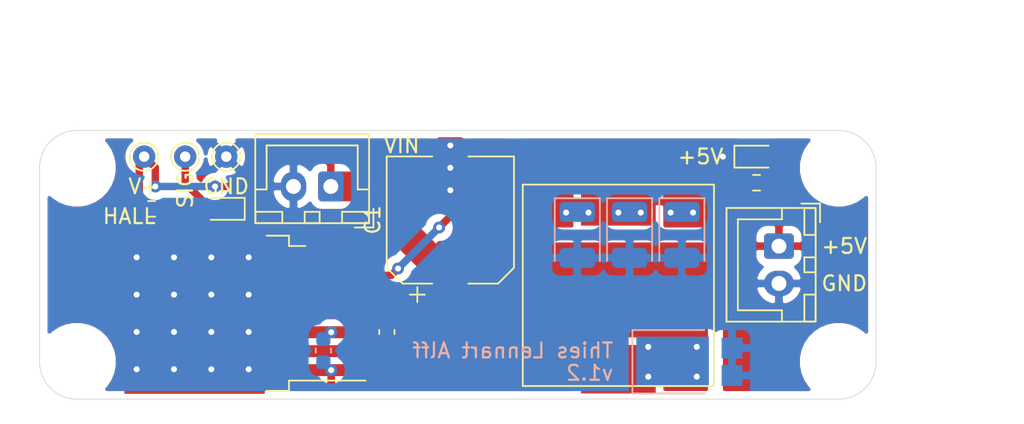
<source format=kicad_pcb>
(kicad_pcb (version 20171130) (host pcbnew 5.1.9)

  (general
    (thickness 1.6)
    (drawings 22)
    (tracks 79)
    (zones 0)
    (modules 22)
    (nets 9)
  )

  (page A4)
  (layers
    (0 F.Cu signal)
    (31 B.Cu signal)
    (32 B.Adhes user)
    (33 F.Adhes user)
    (34 B.Paste user)
    (35 F.Paste user)
    (36 B.SilkS user)
    (37 F.SilkS user)
    (38 B.Mask user)
    (39 F.Mask user)
    (40 Dwgs.User user)
    (41 Cmts.User user)
    (42 Eco1.User user)
    (43 Eco2.User user)
    (44 Edge.Cuts user)
    (45 Margin user)
    (46 B.CrtYd user)
    (47 F.CrtYd user)
    (48 B.Fab user)
    (49 F.Fab user)
  )

  (setup
    (last_trace_width 0.5)
    (user_trace_width 0.5)
    (user_trace_width 0.75)
    (user_trace_width 1)
    (user_trace_width 2)
    (trace_clearance 0.2)
    (zone_clearance 0.508)
    (zone_45_only no)
    (trace_min 0.2)
    (via_size 0.8)
    (via_drill 0.4)
    (via_min_size 0.4)
    (via_min_drill 0.3)
    (uvia_size 0.3)
    (uvia_drill 0.1)
    (uvias_allowed no)
    (uvia_min_size 0.2)
    (uvia_min_drill 0.1)
    (edge_width 0.05)
    (segment_width 0.2)
    (pcb_text_width 0.3)
    (pcb_text_size 1.5 1.5)
    (mod_edge_width 0.12)
    (mod_text_size 1 1)
    (mod_text_width 0.15)
    (pad_size 1.524 1.524)
    (pad_drill 0.762)
    (pad_to_mask_clearance 0)
    (aux_axis_origin 0 0)
    (visible_elements FFFFFFFF)
    (pcbplotparams
      (layerselection 0x010fc_ffffffff)
      (usegerberextensions false)
      (usegerberattributes true)
      (usegerberadvancedattributes true)
      (creategerberjobfile true)
      (excludeedgelayer true)
      (linewidth 0.100000)
      (plotframeref false)
      (viasonmask false)
      (mode 1)
      (useauxorigin false)
      (hpglpennumber 1)
      (hpglpenspeed 20)
      (hpglpendiameter 15.000000)
      (psnegative false)
      (psa4output false)
      (plotreference true)
      (plotvalue true)
      (plotinvisibletext false)
      (padsonsilk false)
      (subtractmaskfromsilk false)
      (outputformat 1)
      (mirror false)
      (drillshape 1)
      (scaleselection 1)
      (outputdirectory ""))
  )

  (net 0 "")
  (net 1 /+BATT)
  (net 2 GND)
  (net 3 "Net-(C3-Pad2)")
  (net 4 +5V)
  (net 5 /HALL_OUT)
  (net 6 "Net-(U1-Pad5)")
  (net 7 /SWITCH)
  (net 8 "Net-(D4-Pad2)")

  (net_class Default "This is the default net class."
    (clearance 0.2)
    (trace_width 0.25)
    (via_dia 0.8)
    (via_drill 0.4)
    (uvia_dia 0.3)
    (uvia_drill 0.1)
    (add_net +5V)
    (add_net /+BATT)
    (add_net /HALL_OUT)
    (add_net /SWITCH)
    (add_net GND)
    (add_net "Net-(C3-Pad2)")
    (add_net "Net-(D4-Pad2)")
    (add_net "Net-(U1-Pad5)")
  )

  (module TestPoint:TestPoint_THTPad_D1.5mm_Drill0.7mm (layer F.Cu) (tedit 5A0F774F) (tstamp 60304432)
    (at 38 28.75)
    (descr "THT pad as test Point, diameter 1.5mm, hole diameter 0.7mm")
    (tags "test point THT pad")
    (path /603008D3)
    (attr virtual)
    (fp_text reference TP3 (at 0 -1.648) (layer F.SilkS) hide
      (effects (font (size 1 1) (thickness 0.15)))
    )
    (fp_text value TestPoint (at 0 1.75) (layer F.Fab)
      (effects (font (size 1 1) (thickness 0.15)))
    )
    (fp_text user %R (at 0 -1.65) (layer F.Fab)
      (effects (font (size 1 1) (thickness 0.15)))
    )
    (fp_circle (center 0 0) (end 1.25 0) (layer F.CrtYd) (width 0.05))
    (fp_circle (center 0 0) (end 0 0.95) (layer F.SilkS) (width 0.12))
    (pad 1 thru_hole circle (at 0 0) (size 1.5 1.5) (drill 0.7) (layers *.Cu *.Mask)
      (net 2 GND))
  )

  (module TestPoint:TestPoint_THTPad_D1.5mm_Drill0.7mm (layer F.Cu) (tedit 5A0F774F) (tstamp 6030442A)
    (at 35.25 28.75)
    (descr "THT pad as test Point, diameter 1.5mm, hole diameter 0.7mm")
    (tags "test point THT pad")
    (path /60300698)
    (attr virtual)
    (fp_text reference TP2 (at 0 -1.648) (layer F.SilkS) hide
      (effects (font (size 1 1) (thickness 0.15)))
    )
    (fp_text value TestPoint (at 0 1.75) (layer F.Fab)
      (effects (font (size 1 1) (thickness 0.15)))
    )
    (fp_text user %R (at 0 -1.65) (layer F.Fab)
      (effects (font (size 1 1) (thickness 0.15)))
    )
    (fp_circle (center 0 0) (end 1.25 0) (layer F.CrtYd) (width 0.05))
    (fp_circle (center 0 0) (end 0 0.95) (layer F.SilkS) (width 0.12))
    (pad 1 thru_hole circle (at 0 0) (size 1.5 1.5) (drill 0.7) (layers *.Cu *.Mask)
      (net 5 /HALL_OUT))
  )

  (module TestPoint:TestPoint_THTPad_D1.5mm_Drill0.7mm (layer F.Cu) (tedit 5A0F774F) (tstamp 60304422)
    (at 32.5 28.75)
    (descr "THT pad as test Point, diameter 1.5mm, hole diameter 0.7mm")
    (tags "test point THT pad")
    (path /602FFF56)
    (attr virtual)
    (fp_text reference TP1 (at 0 -1.648) (layer F.SilkS) hide
      (effects (font (size 1 1) (thickness 0.15)))
    )
    (fp_text value TestPoint (at 0 1.75) (layer F.Fab)
      (effects (font (size 1 1) (thickness 0.15)))
    )
    (fp_text user %R (at 0 -1.65) (layer F.Fab)
      (effects (font (size 1 1) (thickness 0.15)))
    )
    (fp_circle (center 0 0) (end 1.25 0) (layer F.CrtYd) (width 0.05))
    (fp_circle (center 0 0) (end 0 0.95) (layer F.SilkS) (width 0.12))
    (pad 1 thru_hole circle (at 0 0) (size 1.5 1.5) (drill 0.7) (layers *.Cu *.Mask)
      (net 1 /+BATT))
  )

  (module Capacitor_SMD:CP_Elec_8x11.9 (layer F.Cu) (tedit 5BCA39D0) (tstamp 602FC447)
    (at 53 33 90)
    (descr "SMD capacitor, aluminum electrolytic, Panasonic E12, 8.0x11.9mm")
    (tags "capacitor electrolytic")
    (path /602C16DA)
    (attr smd)
    (fp_text reference C1 (at 0 -5.2 90) (layer F.SilkS)
      (effects (font (size 1 1) (thickness 0.15)))
    )
    (fp_text value 220uF (at 0 5.2 90) (layer F.Fab)
      (effects (font (size 1 1) (thickness 0.15)))
    )
    (fp_line (start -5.8 1.2) (end -4.4 1.2) (layer F.CrtYd) (width 0.05))
    (fp_line (start -5.8 -1.2) (end -5.8 1.2) (layer F.CrtYd) (width 0.05))
    (fp_line (start -4.4 -1.2) (end -5.8 -1.2) (layer F.CrtYd) (width 0.05))
    (fp_line (start -4.4 1.2) (end -4.4 3.25) (layer F.CrtYd) (width 0.05))
    (fp_line (start -4.4 -3.25) (end -4.4 -1.2) (layer F.CrtYd) (width 0.05))
    (fp_line (start -4.4 -3.25) (end -3.25 -4.4) (layer F.CrtYd) (width 0.05))
    (fp_line (start -4.4 3.25) (end -3.25 4.4) (layer F.CrtYd) (width 0.05))
    (fp_line (start -3.25 -4.4) (end 4.4 -4.4) (layer F.CrtYd) (width 0.05))
    (fp_line (start -3.25 4.4) (end 4.4 4.4) (layer F.CrtYd) (width 0.05))
    (fp_line (start 4.4 1.2) (end 4.4 4.4) (layer F.CrtYd) (width 0.05))
    (fp_line (start 5.8 1.2) (end 4.4 1.2) (layer F.CrtYd) (width 0.05))
    (fp_line (start 5.8 -1.2) (end 5.8 1.2) (layer F.CrtYd) (width 0.05))
    (fp_line (start 4.4 -1.2) (end 5.8 -1.2) (layer F.CrtYd) (width 0.05))
    (fp_line (start 4.4 -4.4) (end 4.4 -1.2) (layer F.CrtYd) (width 0.05))
    (fp_line (start -5 -2.71) (end -5 -1.71) (layer F.SilkS) (width 0.12))
    (fp_line (start -5.5 -2.21) (end -4.5 -2.21) (layer F.SilkS) (width 0.12))
    (fp_line (start -4.26 3.195563) (end -3.195563 4.26) (layer F.SilkS) (width 0.12))
    (fp_line (start -4.26 -3.195563) (end -3.195563 -4.26) (layer F.SilkS) (width 0.12))
    (fp_line (start -4.26 -3.195563) (end -4.26 -1.21) (layer F.SilkS) (width 0.12))
    (fp_line (start -4.26 3.195563) (end -4.26 1.21) (layer F.SilkS) (width 0.12))
    (fp_line (start -3.195563 4.26) (end 4.26 4.26) (layer F.SilkS) (width 0.12))
    (fp_line (start -3.195563 -4.26) (end 4.26 -4.26) (layer F.SilkS) (width 0.12))
    (fp_line (start 4.26 -4.26) (end 4.26 -1.21) (layer F.SilkS) (width 0.12))
    (fp_line (start 4.26 4.26) (end 4.26 1.21) (layer F.SilkS) (width 0.12))
    (fp_line (start -3.162278 -1.9) (end -3.162278 -1.1) (layer F.Fab) (width 0.1))
    (fp_line (start -3.562278 -1.5) (end -2.762278 -1.5) (layer F.Fab) (width 0.1))
    (fp_line (start -4.15 3.15) (end -3.15 4.15) (layer F.Fab) (width 0.1))
    (fp_line (start -4.15 -3.15) (end -3.15 -4.15) (layer F.Fab) (width 0.1))
    (fp_line (start -4.15 -3.15) (end -4.15 3.15) (layer F.Fab) (width 0.1))
    (fp_line (start -3.15 4.15) (end 4.15 4.15) (layer F.Fab) (width 0.1))
    (fp_line (start -3.15 -4.15) (end 4.15 -4.15) (layer F.Fab) (width 0.1))
    (fp_line (start 4.15 -4.15) (end 4.15 4.15) (layer F.Fab) (width 0.1))
    (fp_circle (center 0 0) (end 4 0) (layer F.Fab) (width 0.1))
    (fp_text user %R (at 0 0 90) (layer F.Fab)
      (effects (font (size 1 1) (thickness 0.15)))
    )
    (pad 2 smd roundrect (at 3.475 0 90) (size 4.15 1.9) (layers F.Cu F.Paste F.Mask) (roundrect_rratio 0.131579)
      (net 2 GND))
    (pad 1 smd roundrect (at -3.475 0 90) (size 4.15 1.9) (layers F.Cu F.Paste F.Mask) (roundrect_rratio 0.131579)
      (net 1 /+BATT))
    (model ${KISYS3DMOD}/Capacitor_SMD.3dshapes/CP_Elec_8x11.9.wrl
      (at (xyz 0 0 0))
      (scale (xyz 1 1 1))
      (rotate (xyz 0 0 0))
    )
  )

  (module Capacitor_SMD:C_0603_1608Metric (layer B.Cu) (tedit 5F68FEEE) (tstamp 602DF1F1)
    (at 44.5 41.75 90)
    (descr "Capacitor SMD 0603 (1608 Metric), square (rectangular) end terminal, IPC_7351 nominal, (Body size source: IPC-SM-782 page 76, https://www.pcb-3d.com/wordpress/wp-content/uploads/ipc-sm-782a_amendment_1_and_2.pdf), generated with kicad-footprint-generator")
    (tags capacitor)
    (path /602C5395)
    (attr smd)
    (fp_text reference C3 (at 0 1.43 270) (layer B.SilkS) hide
      (effects (font (size 1 1) (thickness 0.15)) (justify mirror))
    )
    (fp_text value 10nF (at 0 -1.43 270) (layer B.Fab)
      (effects (font (size 1 1) (thickness 0.15)) (justify mirror))
    )
    (fp_line (start -0.8 -0.4) (end -0.8 0.4) (layer B.Fab) (width 0.1))
    (fp_line (start -0.8 0.4) (end 0.8 0.4) (layer B.Fab) (width 0.1))
    (fp_line (start 0.8 0.4) (end 0.8 -0.4) (layer B.Fab) (width 0.1))
    (fp_line (start 0.8 -0.4) (end -0.8 -0.4) (layer B.Fab) (width 0.1))
    (fp_line (start -0.14058 0.51) (end 0.14058 0.51) (layer B.SilkS) (width 0.12))
    (fp_line (start -0.14058 -0.51) (end 0.14058 -0.51) (layer B.SilkS) (width 0.12))
    (fp_line (start -1.48 -0.73) (end -1.48 0.73) (layer B.CrtYd) (width 0.05))
    (fp_line (start -1.48 0.73) (end 1.48 0.73) (layer B.CrtYd) (width 0.05))
    (fp_line (start 1.48 0.73) (end 1.48 -0.73) (layer B.CrtYd) (width 0.05))
    (fp_line (start 1.48 -0.73) (end -1.48 -0.73) (layer B.CrtYd) (width 0.05))
    (fp_text user %R (at 0 0 270) (layer B.Fab)
      (effects (font (size 0.4 0.4) (thickness 0.06)) (justify mirror))
    )
    (pad 2 smd roundrect (at 0.775 0 90) (size 0.9 0.95) (layers B.Cu B.Paste B.Mask) (roundrect_rratio 0.25)
      (net 3 "Net-(C3-Pad2)"))
    (pad 1 smd roundrect (at -0.775 0 90) (size 0.9 0.95) (layers B.Cu B.Paste B.Mask) (roundrect_rratio 0.25)
      (net 7 /SWITCH))
    (model ${KISYS3DMOD}/Capacitor_SMD.3dshapes/C_0603_1608Metric.wrl
      (at (xyz 0 0 0))
      (scale (xyz 1 1 1))
      (rotate (xyz 0 0 0))
    )
  )

  (module Capacitor_SMD:C_0603_1608Metric (layer F.Cu) (tedit 5F68FEEE) (tstamp 602DF1E0)
    (at 48.75 40.5 90)
    (descr "Capacitor SMD 0603 (1608 Metric), square (rectangular) end terminal, IPC_7351 nominal, (Body size source: IPC-SM-782 page 76, https://www.pcb-3d.com/wordpress/wp-content/uploads/ipc-sm-782a_amendment_1_and_2.pdf), generated with kicad-footprint-generator")
    (tags capacitor)
    (path /602C3C5E)
    (attr smd)
    (fp_text reference C2 (at 0 -1.43 270) (layer F.SilkS) hide
      (effects (font (size 1 1) (thickness 0.15)))
    )
    (fp_text value 100nF (at 0 1.43 270) (layer F.Fab)
      (effects (font (size 1 1) (thickness 0.15)))
    )
    (fp_line (start -0.8 0.4) (end -0.8 -0.4) (layer F.Fab) (width 0.1))
    (fp_line (start -0.8 -0.4) (end 0.8 -0.4) (layer F.Fab) (width 0.1))
    (fp_line (start 0.8 -0.4) (end 0.8 0.4) (layer F.Fab) (width 0.1))
    (fp_line (start 0.8 0.4) (end -0.8 0.4) (layer F.Fab) (width 0.1))
    (fp_line (start -0.14058 -0.51) (end 0.14058 -0.51) (layer F.SilkS) (width 0.12))
    (fp_line (start -0.14058 0.51) (end 0.14058 0.51) (layer F.SilkS) (width 0.12))
    (fp_line (start -1.48 0.73) (end -1.48 -0.73) (layer F.CrtYd) (width 0.05))
    (fp_line (start -1.48 -0.73) (end 1.48 -0.73) (layer F.CrtYd) (width 0.05))
    (fp_line (start 1.48 -0.73) (end 1.48 0.73) (layer F.CrtYd) (width 0.05))
    (fp_line (start 1.48 0.73) (end -1.48 0.73) (layer F.CrtYd) (width 0.05))
    (fp_text user %R (at 0 0 270) (layer F.Fab)
      (effects (font (size 0.4 0.4) (thickness 0.06)))
    )
    (pad 2 smd roundrect (at 0.775 0 90) (size 0.9 0.95) (layers F.Cu F.Paste F.Mask) (roundrect_rratio 0.25)
      (net 2 GND))
    (pad 1 smd roundrect (at -0.775 0 90) (size 0.9 0.95) (layers F.Cu F.Paste F.Mask) (roundrect_rratio 0.25)
      (net 1 /+BATT))
    (model ${KISYS3DMOD}/Capacitor_SMD.3dshapes/C_0603_1608Metric.wrl
      (at (xyz 0 0 0))
      (scale (xyz 1 1 1))
      (rotate (xyz 0 0 0))
    )
  )

  (module Resistor_SMD:R_0603_1608Metric (layer F.Cu) (tedit 5F68FEEE) (tstamp 602DD118)
    (at 73.5 30.5)
    (descr "Resistor SMD 0603 (1608 Metric), square (rectangular) end terminal, IPC_7351 nominal, (Body size source: IPC-SM-782 page 72, https://www.pcb-3d.com/wordpress/wp-content/uploads/ipc-sm-782a_amendment_1_and_2.pdf), generated with kicad-footprint-generator")
    (tags resistor)
    (path /60311D33)
    (attr smd)
    (fp_text reference R3 (at 0 -1.43) (layer F.SilkS) hide
      (effects (font (size 1 1) (thickness 0.15)))
    )
    (fp_text value 220 (at 0 1.43) (layer F.Fab)
      (effects (font (size 1 1) (thickness 0.15)))
    )
    (fp_line (start 1.48 0.73) (end -1.48 0.73) (layer F.CrtYd) (width 0.05))
    (fp_line (start 1.48 -0.73) (end 1.48 0.73) (layer F.CrtYd) (width 0.05))
    (fp_line (start -1.48 -0.73) (end 1.48 -0.73) (layer F.CrtYd) (width 0.05))
    (fp_line (start -1.48 0.73) (end -1.48 -0.73) (layer F.CrtYd) (width 0.05))
    (fp_line (start -0.237258 0.5225) (end 0.237258 0.5225) (layer F.SilkS) (width 0.12))
    (fp_line (start -0.237258 -0.5225) (end 0.237258 -0.5225) (layer F.SilkS) (width 0.12))
    (fp_line (start 0.8 0.4125) (end -0.8 0.4125) (layer F.Fab) (width 0.1))
    (fp_line (start 0.8 -0.4125) (end 0.8 0.4125) (layer F.Fab) (width 0.1))
    (fp_line (start -0.8 -0.4125) (end 0.8 -0.4125) (layer F.Fab) (width 0.1))
    (fp_line (start -0.8 0.4125) (end -0.8 -0.4125) (layer F.Fab) (width 0.1))
    (fp_text user %R (at 0 0) (layer F.Fab)
      (effects (font (size 0.4 0.4) (thickness 0.06)))
    )
    (pad 2 smd roundrect (at 0.825 0) (size 0.8 0.95) (layers F.Cu F.Paste F.Mask) (roundrect_rratio 0.25)
      (net 8 "Net-(D4-Pad2)"))
    (pad 1 smd roundrect (at -0.825 0) (size 0.8 0.95) (layers F.Cu F.Paste F.Mask) (roundrect_rratio 0.25)
      (net 4 +5V))
    (model ${KISYS3DMOD}/Resistor_SMD.3dshapes/R_0603_1608Metric.wrl
      (at (xyz 0 0 0))
      (scale (xyz 1 1 1))
      (rotate (xyz 0 0 0))
    )
  )

  (module LED_SMD:LED_0603_1608Metric (layer F.Cu) (tedit 5F68FEF1) (tstamp 602DD25F)
    (at 73.5 28.75)
    (descr "LED SMD 0603 (1608 Metric), square (rectangular) end terminal, IPC_7351 nominal, (Body size source: http://www.tortai-tech.com/upload/download/2011102023233369053.pdf), generated with kicad-footprint-generator")
    (tags LED)
    (path /60312539)
    (attr smd)
    (fp_text reference D4 (at 0 -1.43) (layer F.SilkS) hide
      (effects (font (size 1 1) (thickness 0.15)))
    )
    (fp_text value "150060VS55040 " (at 0 1.43) (layer F.Fab)
      (effects (font (size 1 1) (thickness 0.15)))
    )
    (fp_line (start 1.48 0.73) (end -1.48 0.73) (layer F.CrtYd) (width 0.05))
    (fp_line (start 1.48 -0.73) (end 1.48 0.73) (layer F.CrtYd) (width 0.05))
    (fp_line (start -1.48 -0.73) (end 1.48 -0.73) (layer F.CrtYd) (width 0.05))
    (fp_line (start -1.48 0.73) (end -1.48 -0.73) (layer F.CrtYd) (width 0.05))
    (fp_line (start -1.485 0.735) (end 0.8 0.735) (layer F.SilkS) (width 0.12))
    (fp_line (start -1.485 -0.735) (end -1.485 0.735) (layer F.SilkS) (width 0.12))
    (fp_line (start 0.8 -0.735) (end -1.485 -0.735) (layer F.SilkS) (width 0.12))
    (fp_line (start 0.8 0.4) (end 0.8 -0.4) (layer F.Fab) (width 0.1))
    (fp_line (start -0.8 0.4) (end 0.8 0.4) (layer F.Fab) (width 0.1))
    (fp_line (start -0.8 -0.1) (end -0.8 0.4) (layer F.Fab) (width 0.1))
    (fp_line (start -0.5 -0.4) (end -0.8 -0.1) (layer F.Fab) (width 0.1))
    (fp_line (start 0.8 -0.4) (end -0.5 -0.4) (layer F.Fab) (width 0.1))
    (fp_text user %R (at 0 0) (layer F.Fab)
      (effects (font (size 0.4 0.4) (thickness 0.06)))
    )
    (pad 2 smd roundrect (at 0.7875 0) (size 0.875 0.95) (layers F.Cu F.Paste F.Mask) (roundrect_rratio 0.25)
      (net 8 "Net-(D4-Pad2)"))
    (pad 1 smd roundrect (at -0.7875 0) (size 0.875 0.95) (layers F.Cu F.Paste F.Mask) (roundrect_rratio 0.25)
      (net 2 GND))
    (model ${KISYS3DMOD}/LED_SMD.3dshapes/LED_0603_1608Metric.wrl
      (at (xyz 0 0 0))
      (scale (xyz 1 1 1))
      (rotate (xyz 0 0 0))
    )
  )

  (module hippo:MountingHole_2.7mm_M2.5_Masked (layer F.Cu) (tedit 602D292D) (tstamp 602DC6D6)
    (at 28 29.5)
    (descr "Mounting Hole 2.7mm, no annular, M2.5, DIN965")
    (tags "mounting hole 2.7mm no annular m2.5 din965")
    (path /6030CDEA)
    (attr virtual)
    (fp_text reference H4 (at 0 -3.35) (layer F.SilkS) hide
      (effects (font (size 1 1) (thickness 0.15)))
    )
    (fp_text value MountingHole (at 0 3.35) (layer F.Fab)
      (effects (font (size 1 1) (thickness 0.15)))
    )
    (fp_circle (center 0 0) (end 2.35 0) (layer Cmts.User) (width 0.15))
    (fp_circle (center 0 0) (end 2.6 0) (layer F.CrtYd) (width 0.05))
    (fp_text user %R (at 0.3 0) (layer F.Fab)
      (effects (font (size 1 1) (thickness 0.15)))
    )
    (pad "" np_thru_hole circle (at 0 0) (size 2.7 2.7) (drill 2.7) (layers *.Cu *.Mask)
      (solder_mask_margin 1) (clearance 1.25))
  )

  (module hippo:MountingHole_2.7mm_M2.5_Masked (layer F.Cu) (tedit 602D292D) (tstamp 602DC6CE)
    (at 79 29.5)
    (descr "Mounting Hole 2.7mm, no annular, M2.5, DIN965")
    (tags "mounting hole 2.7mm no annular m2.5 din965")
    (path /6030CADD)
    (attr virtual)
    (fp_text reference H3 (at 0 -3.35) (layer F.SilkS) hide
      (effects (font (size 1 1) (thickness 0.15)))
    )
    (fp_text value MountingHole (at 0 3.35) (layer F.Fab)
      (effects (font (size 1 1) (thickness 0.15)))
    )
    (fp_circle (center 0 0) (end 2.35 0) (layer Cmts.User) (width 0.15))
    (fp_circle (center 0 0) (end 2.6 0) (layer F.CrtYd) (width 0.05))
    (fp_text user %R (at 0.3 0) (layer F.Fab)
      (effects (font (size 1 1) (thickness 0.15)))
    )
    (pad "" np_thru_hole circle (at 0 0) (size 2.7 2.7) (drill 2.7) (layers *.Cu *.Mask)
      (solder_mask_margin 1) (clearance 1.25))
  )

  (module hippo:MountingHole_2.7mm_M2.5_Masked (layer F.Cu) (tedit 602D292D) (tstamp 602DC6C6)
    (at 79 42.5)
    (descr "Mounting Hole 2.7mm, no annular, M2.5, DIN965")
    (tags "mounting hole 2.7mm no annular m2.5 din965")
    (path /6030C7CE)
    (attr virtual)
    (fp_text reference H2 (at 0 -3.35) (layer F.SilkS) hide
      (effects (font (size 1 1) (thickness 0.15)))
    )
    (fp_text value MountingHole (at 0 3.35) (layer F.Fab)
      (effects (font (size 1 1) (thickness 0.15)))
    )
    (fp_circle (center 0 0) (end 2.35 0) (layer Cmts.User) (width 0.15))
    (fp_circle (center 0 0) (end 2.6 0) (layer F.CrtYd) (width 0.05))
    (fp_text user %R (at 0.3 0) (layer F.Fab)
      (effects (font (size 1 1) (thickness 0.15)))
    )
    (pad "" np_thru_hole circle (at 0 0) (size 2.7 2.7) (drill 2.7) (layers *.Cu *.Mask)
      (solder_mask_margin 1) (clearance 1.25))
  )

  (module hippo:MountingHole_2.7mm_M2.5_Masked (layer F.Cu) (tedit 602D292D) (tstamp 602DC6BE)
    (at 28 42.5)
    (descr "Mounting Hole 2.7mm, no annular, M2.5, DIN965")
    (tags "mounting hole 2.7mm no annular m2.5 din965")
    (path /6030C61F)
    (attr virtual)
    (fp_text reference H1 (at 0 -3.35) (layer F.SilkS) hide
      (effects (font (size 1 1) (thickness 0.15)))
    )
    (fp_text value MountingHole (at 0 3.35) (layer F.Fab)
      (effects (font (size 1 1) (thickness 0.15)))
    )
    (fp_circle (center 0 0) (end 2.35 0) (layer Cmts.User) (width 0.15))
    (fp_circle (center 0 0) (end 2.6 0) (layer F.CrtYd) (width 0.05))
    (fp_text user %R (at 0.3 0) (layer F.Fab)
      (effects (font (size 1 1) (thickness 0.15)))
    )
    (pad "" np_thru_hole circle (at 0 0) (size 2.7 2.7) (drill 2.7) (layers *.Cu *.Mask)
      (solder_mask_margin 1) (clearance 1.25))
  )

  (module Capacitor_Tantalum_SMD:CP_EIA-3528-21_Kemet-B (layer B.Cu) (tedit 5EBA9318) (tstamp 602D8641)
    (at 61.5 34 270)
    (descr "Tantalum Capacitor SMD Kemet-B (3528-21 Metric), IPC_7351 nominal, (Body size from: http://www.kemet.com/Lists/ProductCatalog/Attachments/253/KEM_TC101_STD.pdf), generated with kicad-footprint-generator")
    (tags "capacitor tantalum")
    (path /602E91A8)
    (attr smd)
    (fp_text reference C6 (at 0 2.35 90) (layer B.SilkS) hide
      (effects (font (size 1 1) (thickness 0.15)) (justify mirror))
    )
    (fp_text value 100uF (at 0 -2.35 90) (layer B.Fab)
      (effects (font (size 1 1) (thickness 0.15)) (justify mirror))
    )
    (fp_line (start 2.45 -1.65) (end -2.45 -1.65) (layer B.CrtYd) (width 0.05))
    (fp_line (start 2.45 1.65) (end 2.45 -1.65) (layer B.CrtYd) (width 0.05))
    (fp_line (start -2.45 1.65) (end 2.45 1.65) (layer B.CrtYd) (width 0.05))
    (fp_line (start -2.45 -1.65) (end -2.45 1.65) (layer B.CrtYd) (width 0.05))
    (fp_line (start -2.46 -1.51) (end 1.75 -1.51) (layer B.SilkS) (width 0.12))
    (fp_line (start -2.46 1.51) (end -2.46 -1.51) (layer B.SilkS) (width 0.12))
    (fp_line (start 1.75 1.51) (end -2.46 1.51) (layer B.SilkS) (width 0.12))
    (fp_line (start 1.75 -1.4) (end 1.75 1.4) (layer B.Fab) (width 0.1))
    (fp_line (start -1.75 -1.4) (end 1.75 -1.4) (layer B.Fab) (width 0.1))
    (fp_line (start -1.75 0.7) (end -1.75 -1.4) (layer B.Fab) (width 0.1))
    (fp_line (start -1.05 1.4) (end -1.75 0.7) (layer B.Fab) (width 0.1))
    (fp_line (start 1.75 1.4) (end -1.05 1.4) (layer B.Fab) (width 0.1))
    (fp_text user %R (at 0 0 90) (layer B.Fab)
      (effects (font (size 0.88 0.88) (thickness 0.13)) (justify mirror))
    )
    (pad 2 smd roundrect (at 1.5375 0 270) (size 1.325 2.35) (layers B.Cu B.Paste B.Mask) (roundrect_rratio 0.188679)
      (net 2 GND))
    (pad 1 smd roundrect (at -1.5375 0 270) (size 1.325 2.35) (layers B.Cu B.Paste B.Mask) (roundrect_rratio 0.188679)
      (net 4 +5V))
    (model ${KISYS3DMOD}/Capacitor_Tantalum_SMD.3dshapes/CP_EIA-3528-21_Kemet-B.wrl
      (at (xyz 0 0 0))
      (scale (xyz 1 1 1))
      (rotate (xyz 0 0 0))
    )
  )

  (module Capacitor_Tantalum_SMD:CP_EIA-3528-21_Kemet-B (layer B.Cu) (tedit 5EBA9318) (tstamp 602D862E)
    (at 68.5 34 270)
    (descr "Tantalum Capacitor SMD Kemet-B (3528-21 Metric), IPC_7351 nominal, (Body size from: http://www.kemet.com/Lists/ProductCatalog/Attachments/253/KEM_TC101_STD.pdf), generated with kicad-footprint-generator")
    (tags "capacitor tantalum")
    (path /602E8A53)
    (attr smd)
    (fp_text reference C5 (at 0 2.35 90) (layer B.SilkS) hide
      (effects (font (size 1 1) (thickness 0.15)) (justify mirror))
    )
    (fp_text value 100uF (at 0 -2.35 90) (layer B.Fab)
      (effects (font (size 1 1) (thickness 0.15)) (justify mirror))
    )
    (fp_line (start 2.45 -1.65) (end -2.45 -1.65) (layer B.CrtYd) (width 0.05))
    (fp_line (start 2.45 1.65) (end 2.45 -1.65) (layer B.CrtYd) (width 0.05))
    (fp_line (start -2.45 1.65) (end 2.45 1.65) (layer B.CrtYd) (width 0.05))
    (fp_line (start -2.45 -1.65) (end -2.45 1.65) (layer B.CrtYd) (width 0.05))
    (fp_line (start -2.46 -1.51) (end 1.75 -1.51) (layer B.SilkS) (width 0.12))
    (fp_line (start -2.46 1.51) (end -2.46 -1.51) (layer B.SilkS) (width 0.12))
    (fp_line (start 1.75 1.51) (end -2.46 1.51) (layer B.SilkS) (width 0.12))
    (fp_line (start 1.75 -1.4) (end 1.75 1.4) (layer B.Fab) (width 0.1))
    (fp_line (start -1.75 -1.4) (end 1.75 -1.4) (layer B.Fab) (width 0.1))
    (fp_line (start -1.75 0.7) (end -1.75 -1.4) (layer B.Fab) (width 0.1))
    (fp_line (start -1.05 1.4) (end -1.75 0.7) (layer B.Fab) (width 0.1))
    (fp_line (start 1.75 1.4) (end -1.05 1.4) (layer B.Fab) (width 0.1))
    (fp_text user %R (at 0 0 90) (layer B.Fab)
      (effects (font (size 0.88 0.88) (thickness 0.13)) (justify mirror))
    )
    (pad 2 smd roundrect (at 1.5375 0 270) (size 1.325 2.35) (layers B.Cu B.Paste B.Mask) (roundrect_rratio 0.188679)
      (net 2 GND))
    (pad 1 smd roundrect (at -1.5375 0 270) (size 1.325 2.35) (layers B.Cu B.Paste B.Mask) (roundrect_rratio 0.188679)
      (net 4 +5V))
    (model ${KISYS3DMOD}/Capacitor_Tantalum_SMD.3dshapes/CP_EIA-3528-21_Kemet-B.wrl
      (at (xyz 0 0 0))
      (scale (xyz 1 1 1))
      (rotate (xyz 0 0 0))
    )
  )

  (module hippo:L_LMLP13B3 (layer F.Cu) (tedit 602CF956) (tstamp 602C3F40)
    (at 64.25 43 90)
    (path /602BBE17)
    (fp_text reference L1 (at 0.5 7.5 90) (layer F.SilkS) hide
      (effects (font (size 1 1) (thickness 0.15)))
    )
    (fp_text value 15uF (at 5.5 5 90) (layer F.Fab)
      (effects (font (size 1 1) (thickness 0.15)))
    )
    (fp_line (start 12.875 -6.65) (end 12.875 6.65) (layer F.CrtYd) (width 0.06))
    (fp_line (start -1.625 -6.65) (end -1.625 6.65) (layer F.CrtYd) (width 0.06))
    (fp_line (start -1.625 -6.65) (end 12.875 -6.65) (layer F.CrtYd) (width 0.06))
    (fp_line (start -1.625 6.65) (end 12.875 6.65) (layer F.CrtYd) (width 0.06))
    (fp_line (start 12.375 6.4) (end 12.375 -6.4) (layer F.SilkS) (width 0.12))
    (fp_line (start -1.125 -6.4) (end -1.125 6.4) (layer F.SilkS) (width 0.12))
    (fp_line (start -1.125 -6.4) (end 12.375 -6.4) (layer F.SilkS) (width 0.12))
    (fp_line (start -1.125 6.4) (end 12.375 6.4) (layer F.SilkS) (width 0.12))
    (pad 2 smd rect (at 11.25 0 90) (size 3.25 5) (layers F.Cu F.Paste F.Mask)
      (net 4 +5V))
    (pad 1 smd rect (at 0 0 90) (size 3.25 5) (layers F.Cu F.Paste F.Mask)
      (net 7 /SWITCH))
  )

  (module Connector_JST:JST_XH_B2B-XH-A_1x02_P2.50mm_Vertical (layer F.Cu) (tedit 5C28146C) (tstamp 602D797D)
    (at 45 30.75 180)
    (descr "JST XH series connector, B2B-XH-A (http://www.jst-mfg.com/product/pdf/eng/eXH.pdf), generated with kicad-footprint-generator")
    (tags "connector JST XH vertical")
    (path /602BA794)
    (fp_text reference J1 (at 1.25 -3.55) (layer F.SilkS) hide
      (effects (font (size 1 1) (thickness 0.15)))
    )
    (fp_text value B2B-XH-A (at 1.25 4.6) (layer F.Fab)
      (effects (font (size 1 1) (thickness 0.15)))
    )
    (fp_line (start -2.85 -2.75) (end -2.85 -1.5) (layer F.SilkS) (width 0.12))
    (fp_line (start -1.6 -2.75) (end -2.85 -2.75) (layer F.SilkS) (width 0.12))
    (fp_line (start 4.3 2.75) (end 1.25 2.75) (layer F.SilkS) (width 0.12))
    (fp_line (start 4.3 -0.2) (end 4.3 2.75) (layer F.SilkS) (width 0.12))
    (fp_line (start 5.05 -0.2) (end 4.3 -0.2) (layer F.SilkS) (width 0.12))
    (fp_line (start -1.8 2.75) (end 1.25 2.75) (layer F.SilkS) (width 0.12))
    (fp_line (start -1.8 -0.2) (end -1.8 2.75) (layer F.SilkS) (width 0.12))
    (fp_line (start -2.55 -0.2) (end -1.8 -0.2) (layer F.SilkS) (width 0.12))
    (fp_line (start 5.05 -2.45) (end 3.25 -2.45) (layer F.SilkS) (width 0.12))
    (fp_line (start 5.05 -1.7) (end 5.05 -2.45) (layer F.SilkS) (width 0.12))
    (fp_line (start 3.25 -1.7) (end 5.05 -1.7) (layer F.SilkS) (width 0.12))
    (fp_line (start 3.25 -2.45) (end 3.25 -1.7) (layer F.SilkS) (width 0.12))
    (fp_line (start -0.75 -2.45) (end -2.55 -2.45) (layer F.SilkS) (width 0.12))
    (fp_line (start -0.75 -1.7) (end -0.75 -2.45) (layer F.SilkS) (width 0.12))
    (fp_line (start -2.55 -1.7) (end -0.75 -1.7) (layer F.SilkS) (width 0.12))
    (fp_line (start -2.55 -2.45) (end -2.55 -1.7) (layer F.SilkS) (width 0.12))
    (fp_line (start 1.75 -2.45) (end 0.75 -2.45) (layer F.SilkS) (width 0.12))
    (fp_line (start 1.75 -1.7) (end 1.75 -2.45) (layer F.SilkS) (width 0.12))
    (fp_line (start 0.75 -1.7) (end 1.75 -1.7) (layer F.SilkS) (width 0.12))
    (fp_line (start 0.75 -2.45) (end 0.75 -1.7) (layer F.SilkS) (width 0.12))
    (fp_line (start 0 -1.35) (end 0.625 -2.35) (layer F.Fab) (width 0.1))
    (fp_line (start -0.625 -2.35) (end 0 -1.35) (layer F.Fab) (width 0.1))
    (fp_line (start 5.45 -2.85) (end -2.95 -2.85) (layer F.CrtYd) (width 0.05))
    (fp_line (start 5.45 3.9) (end 5.45 -2.85) (layer F.CrtYd) (width 0.05))
    (fp_line (start -2.95 3.9) (end 5.45 3.9) (layer F.CrtYd) (width 0.05))
    (fp_line (start -2.95 -2.85) (end -2.95 3.9) (layer F.CrtYd) (width 0.05))
    (fp_line (start 5.06 -2.46) (end -2.56 -2.46) (layer F.SilkS) (width 0.12))
    (fp_line (start 5.06 3.51) (end 5.06 -2.46) (layer F.SilkS) (width 0.12))
    (fp_line (start -2.56 3.51) (end 5.06 3.51) (layer F.SilkS) (width 0.12))
    (fp_line (start -2.56 -2.46) (end -2.56 3.51) (layer F.SilkS) (width 0.12))
    (fp_line (start 4.95 -2.35) (end -2.45 -2.35) (layer F.Fab) (width 0.1))
    (fp_line (start 4.95 3.4) (end 4.95 -2.35) (layer F.Fab) (width 0.1))
    (fp_line (start -2.45 3.4) (end 4.95 3.4) (layer F.Fab) (width 0.1))
    (fp_line (start -2.45 -2.35) (end -2.45 3.4) (layer F.Fab) (width 0.1))
    (fp_text user %R (at 1.25 2.7) (layer F.Fab)
      (effects (font (size 1 1) (thickness 0.15)))
    )
    (pad 2 thru_hole oval (at 2.5 0 180) (size 1.7 2) (drill 1) (layers *.Cu *.Mask)
      (net 2 GND))
    (pad 1 thru_hole roundrect (at 0 0 180) (size 1.7 2) (drill 1) (layers *.Cu *.Mask) (roundrect_rratio 0.147059)
      (net 1 /+BATT))
    (model ${KISYS3DMOD}/Connector_JST.3dshapes/JST_XH_B2B-XH-A_1x02_P2.50mm_Vertical.wrl
      (at (xyz 0 0 0))
      (scale (xyz 1 1 1))
      (rotate (xyz 0 0 0))
    )
  )

  (module Diode_SMD:D_PowerDI-5 (layer B.Cu) (tedit 5DB74FF8) (tstamp 602C3ECC)
    (at 69 42.5)
    (descr PowerDI,Diode,Vishay,https://www.diodes.com/assets/Package-Files/PowerDI5.pdf)
    (tags "PowerDI diode vishay")
    (path /602C01D0)
    (attr smd)
    (fp_text reference D1 (at 0 3) (layer B.SilkS) hide
      (effects (font (size 1 1) (thickness 0.15)) (justify mirror))
    )
    (fp_text value PDS760-13 (at 0 -3) (layer B.Fab)
      (effects (font (size 1 1) (thickness 0.15)) (justify mirror))
    )
    (fp_line (start -3.81 -2.125) (end -3.81 2.125) (layer B.SilkS) (width 0.12))
    (fp_line (start -3.81 -2.125) (end 1 -2.125) (layer B.SilkS) (width 0.12))
    (fp_line (start 1 2.125) (end -3.81 2.125) (layer B.SilkS) (width 0.12))
    (fp_line (start -3.8 -2.28) (end -3.8 2.28) (layer B.CrtYd) (width 0.05))
    (fp_line (start -3.8 2.28) (end 3.81 2.28) (layer B.CrtYd) (width 0.05))
    (fp_line (start 3.81 2.28) (end 3.81 -2.28) (layer B.CrtYd) (width 0.05))
    (fp_line (start 3.81 -2.28) (end -3.8 -2.28) (layer B.CrtYd) (width 0.05))
    (fp_line (start -2.725 2.025) (end 2.725 2.025) (layer B.Fab) (width 0.1))
    (fp_line (start 2.725 2.025) (end 2.725 -2.025) (layer B.Fab) (width 0.1))
    (fp_line (start 2.725 -2.025) (end -2.725 -2.025) (layer B.Fab) (width 0.1))
    (fp_line (start -2.725 -2.025) (end -2.725 2.025) (layer B.Fab) (width 0.1))
    (fp_line (start -0.8 0) (end -0.5 0) (layer B.Fab) (width 0.1))
    (fp_line (start -0.5 0) (end -0.5 0.5) (layer B.Fab) (width 0.1))
    (fp_line (start -0.5 0) (end -0.5 -0.5) (layer B.Fab) (width 0.1))
    (fp_line (start -0.5 0) (end 0.3 -0.5) (layer B.Fab) (width 0.1))
    (fp_line (start 0.3 -0.5) (end 0.3 0.5) (layer B.Fab) (width 0.1))
    (fp_line (start 0.3 0.5) (end -0.5 0) (layer B.Fab) (width 0.1))
    (fp_line (start 0.3 0) (end 0.7 0) (layer B.Fab) (width 0.1))
    (fp_text user %R (at 0 3) (layer B.Fab)
      (effects (font (size 1 1) (thickness 0.15)) (justify mirror))
    )
    (pad 2 smd rect (at 2.862 0.92 180) (size 1.4 1.39) (layers B.Cu B.Paste B.Mask)
      (net 2 GND))
    (pad 2 smd rect (at 2.862 -0.92 180) (size 1.4 1.39) (layers B.Cu B.Paste B.Mask)
      (net 2 GND))
    (pad 1 smd rect (at -1.12 0 180) (size 4.86 3.36) (layers B.Cu B.Paste B.Mask)
      (net 7 /SWITCH))
    (model ${KISYS3DMOD}/Diode_SMD.3dshapes/D_PowerDI-5.wrl
      (at (xyz 0 0 0))
      (scale (xyz 1 1 1))
      (rotate (xyz 0 0 0))
    )
  )

  (module Capacitor_Tantalum_SMD:CP_EIA-3528-21_Kemet-B (layer B.Cu) (tedit 5EBA9318) (tstamp 602C3EA8)
    (at 65 34 270)
    (descr "Tantalum Capacitor SMD Kemet-B (3528-21 Metric), IPC_7351 nominal, (Body size from: http://www.kemet.com/Lists/ProductCatalog/Attachments/253/KEM_TC101_STD.pdf), generated with kicad-footprint-generator")
    (tags "capacitor tantalum")
    (path /602BDF92)
    (attr smd)
    (fp_text reference C4 (at 0 2.35 90) (layer B.SilkS) hide
      (effects (font (size 1 1) (thickness 0.15)) (justify mirror))
    )
    (fp_text value 100uF (at 0 -2.35 90) (layer B.Fab)
      (effects (font (size 1 1) (thickness 0.15)) (justify mirror))
    )
    (fp_line (start 2.45 -1.65) (end -2.45 -1.65) (layer B.CrtYd) (width 0.05))
    (fp_line (start 2.45 1.65) (end 2.45 -1.65) (layer B.CrtYd) (width 0.05))
    (fp_line (start -2.45 1.65) (end 2.45 1.65) (layer B.CrtYd) (width 0.05))
    (fp_line (start -2.45 -1.65) (end -2.45 1.65) (layer B.CrtYd) (width 0.05))
    (fp_line (start -2.46 -1.51) (end 1.75 -1.51) (layer B.SilkS) (width 0.12))
    (fp_line (start -2.46 1.51) (end -2.46 -1.51) (layer B.SilkS) (width 0.12))
    (fp_line (start 1.75 1.51) (end -2.46 1.51) (layer B.SilkS) (width 0.12))
    (fp_line (start 1.75 -1.4) (end 1.75 1.4) (layer B.Fab) (width 0.1))
    (fp_line (start -1.75 -1.4) (end 1.75 -1.4) (layer B.Fab) (width 0.1))
    (fp_line (start -1.75 0.7) (end -1.75 -1.4) (layer B.Fab) (width 0.1))
    (fp_line (start -1.05 1.4) (end -1.75 0.7) (layer B.Fab) (width 0.1))
    (fp_line (start 1.75 1.4) (end -1.05 1.4) (layer B.Fab) (width 0.1))
    (fp_text user %R (at 0 0 90) (layer B.Fab)
      (effects (font (size 0.88 0.88) (thickness 0.13)) (justify mirror))
    )
    (pad 2 smd roundrect (at 1.5375 0 270) (size 1.325 2.35) (layers B.Cu B.Paste B.Mask) (roundrect_rratio 0.188679)
      (net 2 GND))
    (pad 1 smd roundrect (at -1.5375 0 270) (size 1.325 2.35) (layers B.Cu B.Paste B.Mask) (roundrect_rratio 0.188679)
      (net 4 +5V))
    (model ${KISYS3DMOD}/Capacitor_Tantalum_SMD.3dshapes/CP_EIA-3528-21_Kemet-B.wrl
      (at (xyz 0 0 0))
      (scale (xyz 1 1 1))
      (rotate (xyz 0 0 0))
    )
  )

  (module LED_SMD:LED_0603_1608Metric (layer F.Cu) (tedit 5F68FEF1) (tstamp 602DECA3)
    (at 37.75 32.25 180)
    (descr "LED SMD 0603 (1608 Metric), square (rectangular) end terminal, IPC_7351 nominal, (Body size source: http://www.tortai-tech.com/upload/download/2011102023233369053.pdf), generated with kicad-footprint-generator")
    (tags LED)
    (path /602C81F0)
    (attr smd)
    (fp_text reference D2 (at 0 -1.43) (layer F.SilkS) hide
      (effects (font (size 1 1) (thickness 0.15)))
    )
    (fp_text value 150060BS75020 (at 0 1.43) (layer F.Fab)
      (effects (font (size 1 1) (thickness 0.15)))
    )
    (fp_line (start 1.48 0.73) (end -1.48 0.73) (layer F.CrtYd) (width 0.05))
    (fp_line (start 1.48 -0.73) (end 1.48 0.73) (layer F.CrtYd) (width 0.05))
    (fp_line (start -1.48 -0.73) (end 1.48 -0.73) (layer F.CrtYd) (width 0.05))
    (fp_line (start -1.48 0.73) (end -1.48 -0.73) (layer F.CrtYd) (width 0.05))
    (fp_line (start -1.485 0.735) (end 0.8 0.735) (layer F.SilkS) (width 0.12))
    (fp_line (start -1.485 -0.735) (end -1.485 0.735) (layer F.SilkS) (width 0.12))
    (fp_line (start 0.8 -0.735) (end -1.485 -0.735) (layer F.SilkS) (width 0.12))
    (fp_line (start 0.8 0.4) (end 0.8 -0.4) (layer F.Fab) (width 0.1))
    (fp_line (start -0.8 0.4) (end 0.8 0.4) (layer F.Fab) (width 0.1))
    (fp_line (start -0.8 -0.1) (end -0.8 0.4) (layer F.Fab) (width 0.1))
    (fp_line (start -0.5 -0.4) (end -0.8 -0.1) (layer F.Fab) (width 0.1))
    (fp_line (start 0.8 -0.4) (end -0.5 -0.4) (layer F.Fab) (width 0.1))
    (fp_text user %R (at 0 0) (layer F.Fab)
      (effects (font (size 0.4 0.4) (thickness 0.06)))
    )
    (pad 1 smd roundrect (at -0.7875 0 180) (size 0.875 0.95) (layers F.Cu F.Paste F.Mask) (roundrect_rratio 0.25)
      (net 2 GND))
    (pad 2 smd roundrect (at 0.7875 0 180) (size 0.875 0.95) (layers F.Cu F.Paste F.Mask) (roundrect_rratio 0.25)
      (net 5 /HALL_OUT))
    (model ${KISYS3DMOD}/LED_SMD.3dshapes/LED_0603_1608Metric.wrl
      (at (xyz 0 0 0))
      (scale (xyz 1 1 1))
      (rotate (xyz 0 0 0))
    )
  )

  (module Resistor_SMD:R_0603_1608Metric (layer F.Cu) (tedit 5F68FEEE) (tstamp 602D7AE6)
    (at 33 32.25)
    (descr "Resistor SMD 0603 (1608 Metric), square (rectangular) end terminal, IPC_7351 nominal, (Body size source: IPC-SM-782 page 72, https://www.pcb-3d.com/wordpress/wp-content/uploads/ipc-sm-782a_amendment_1_and_2.pdf), generated with kicad-footprint-generator")
    (tags resistor)
    (path /602C634D)
    (attr smd)
    (fp_text reference R1 (at 0 -1.43) (layer F.SilkS) hide
      (effects (font (size 1 1) (thickness 0.15)))
    )
    (fp_text value 2k2 (at 0 1.43) (layer F.Fab)
      (effects (font (size 1 1) (thickness 0.15)))
    )
    (fp_line (start 1.48 0.73) (end -1.48 0.73) (layer F.CrtYd) (width 0.05))
    (fp_line (start 1.48 -0.73) (end 1.48 0.73) (layer F.CrtYd) (width 0.05))
    (fp_line (start -1.48 -0.73) (end 1.48 -0.73) (layer F.CrtYd) (width 0.05))
    (fp_line (start -1.48 0.73) (end -1.48 -0.73) (layer F.CrtYd) (width 0.05))
    (fp_line (start -0.237258 0.5225) (end 0.237258 0.5225) (layer F.SilkS) (width 0.12))
    (fp_line (start -0.237258 -0.5225) (end 0.237258 -0.5225) (layer F.SilkS) (width 0.12))
    (fp_line (start 0.8 0.4125) (end -0.8 0.4125) (layer F.Fab) (width 0.1))
    (fp_line (start 0.8 -0.4125) (end 0.8 0.4125) (layer F.Fab) (width 0.1))
    (fp_line (start -0.8 -0.4125) (end 0.8 -0.4125) (layer F.Fab) (width 0.1))
    (fp_line (start -0.8 0.4125) (end -0.8 -0.4125) (layer F.Fab) (width 0.1))
    (fp_text user %R (at 0 0) (layer F.Fab)
      (effects (font (size 0.4 0.4) (thickness 0.06)))
    )
    (pad 1 smd roundrect (at -0.825 0) (size 0.8 0.95) (layers F.Cu F.Paste F.Mask) (roundrect_rratio 0.25)
      (net 1 /+BATT))
    (pad 2 smd roundrect (at 0.825 0) (size 0.8 0.95) (layers F.Cu F.Paste F.Mask) (roundrect_rratio 0.25)
      (net 5 /HALL_OUT))
    (model ${KISYS3DMOD}/Resistor_SMD.3dshapes/R_0603_1608Metric.wrl
      (at (xyz 0 0 0))
      (scale (xyz 1 1 1))
      (rotate (xyz 0 0 0))
    )
  )

  (module Package_TO_SOT_SMD:TO-263-7_TabPin4 (layer F.Cu) (tedit 5A70FC4E) (tstamp 602D8061)
    (at 39.25 39.25 180)
    (descr "TO-263 / D2PAK / DDPAK SMD package, http://www.infineon.com/cms/en/product/packages/PG-TO263/PG-TO263-7-1/")
    (tags "D2PAK DDPAK TO-263 D2PAK-7 TO-263-7 SOT-427")
    (path /602BF8B1)
    (attr smd)
    (fp_text reference U1 (at 0 -6.65) (layer F.SilkS) hide
      (effects (font (size 1 1) (thickness 0.15)))
    )
    (fp_text value LM2678SX-5.0 (at 0 6.65) (layer F.Fab)
      (effects (font (size 1 1) (thickness 0.15)))
    )
    (fp_line (start 8.32 -5.65) (end -8.32 -5.65) (layer F.CrtYd) (width 0.05))
    (fp_line (start 8.32 5.65) (end 8.32 -5.65) (layer F.CrtYd) (width 0.05))
    (fp_line (start -8.32 5.65) (end 8.32 5.65) (layer F.CrtYd) (width 0.05))
    (fp_line (start -8.32 -5.65) (end -8.32 5.65) (layer F.CrtYd) (width 0.05))
    (fp_line (start -2.95 4.51) (end -4.05 4.51) (layer F.SilkS) (width 0.12))
    (fp_line (start -2.95 5.2) (end -2.95 4.51) (layer F.SilkS) (width 0.12))
    (fp_line (start -1.45 5.2) (end -2.95 5.2) (layer F.SilkS) (width 0.12))
    (fp_line (start -2.95 -4.51) (end -8.075 -4.51) (layer F.SilkS) (width 0.12))
    (fp_line (start -2.95 -5.2) (end -2.95 -4.51) (layer F.SilkS) (width 0.12))
    (fp_line (start -1.45 -5.2) (end -2.95 -5.2) (layer F.SilkS) (width 0.12))
    (fp_line (start -7.45 4.11) (end -2.75 4.11) (layer F.Fab) (width 0.1))
    (fp_line (start -7.45 3.51) (end -7.45 4.11) (layer F.Fab) (width 0.1))
    (fp_line (start -2.75 3.51) (end -7.45 3.51) (layer F.Fab) (width 0.1))
    (fp_line (start -7.45 2.84) (end -2.75 2.84) (layer F.Fab) (width 0.1))
    (fp_line (start -7.45 2.24) (end -7.45 2.84) (layer F.Fab) (width 0.1))
    (fp_line (start -2.75 2.24) (end -7.45 2.24) (layer F.Fab) (width 0.1))
    (fp_line (start -7.45 1.57) (end -2.75 1.57) (layer F.Fab) (width 0.1))
    (fp_line (start -7.45 0.97) (end -7.45 1.57) (layer F.Fab) (width 0.1))
    (fp_line (start -2.75 0.97) (end -7.45 0.97) (layer F.Fab) (width 0.1))
    (fp_line (start -7.45 0.3) (end -2.75 0.3) (layer F.Fab) (width 0.1))
    (fp_line (start -7.45 -0.3) (end -7.45 0.3) (layer F.Fab) (width 0.1))
    (fp_line (start -2.75 -0.3) (end -7.45 -0.3) (layer F.Fab) (width 0.1))
    (fp_line (start -7.45 -0.97) (end -2.75 -0.97) (layer F.Fab) (width 0.1))
    (fp_line (start -7.45 -1.57) (end -7.45 -0.97) (layer F.Fab) (width 0.1))
    (fp_line (start -2.75 -1.57) (end -7.45 -1.57) (layer F.Fab) (width 0.1))
    (fp_line (start -7.45 -2.24) (end -2.75 -2.24) (layer F.Fab) (width 0.1))
    (fp_line (start -7.45 -2.84) (end -7.45 -2.24) (layer F.Fab) (width 0.1))
    (fp_line (start -2.75 -2.84) (end -7.45 -2.84) (layer F.Fab) (width 0.1))
    (fp_line (start -7.45 -3.51) (end -2.75 -3.51) (layer F.Fab) (width 0.1))
    (fp_line (start -7.45 -4.11) (end -7.45 -3.51) (layer F.Fab) (width 0.1))
    (fp_line (start -2.64 -4.11) (end -7.45 -4.11) (layer F.Fab) (width 0.1))
    (fp_line (start -1.75 -5) (end 6.5 -5) (layer F.Fab) (width 0.1))
    (fp_line (start -2.75 -4) (end -1.75 -5) (layer F.Fab) (width 0.1))
    (fp_line (start -2.75 5) (end -2.75 -4) (layer F.Fab) (width 0.1))
    (fp_line (start 6.5 5) (end -2.75 5) (layer F.Fab) (width 0.1))
    (fp_line (start 6.5 -5) (end 6.5 5) (layer F.Fab) (width 0.1))
    (fp_line (start 7.5 5) (end 6.5 5) (layer F.Fab) (width 0.1))
    (fp_line (start 7.5 -5) (end 7.5 5) (layer F.Fab) (width 0.1))
    (fp_line (start 6.5 -5) (end 7.5 -5) (layer F.Fab) (width 0.1))
    (fp_text user %R (at 0 0) (layer F.Fab)
      (effects (font (size 1 1) (thickness 0.15)))
    )
    (pad 1 smd rect (at -5.775 -3.81 180) (size 4.6 0.8) (layers F.Cu F.Paste F.Mask)
      (net 7 /SWITCH))
    (pad 2 smd rect (at -5.775 -2.54 180) (size 4.6 0.8) (layers F.Cu F.Paste F.Mask)
      (net 1 /+BATT))
    (pad 3 smd rect (at -5.775 -1.27 180) (size 4.6 0.8) (layers F.Cu F.Paste F.Mask)
      (net 3 "Net-(C3-Pad2)"))
    (pad 4 smd rect (at -5.775 0 180) (size 4.6 0.8) (layers F.Cu F.Paste F.Mask)
      (net 2 GND))
    (pad 5 smd rect (at -5.775 1.27 180) (size 4.6 0.8) (layers F.Cu F.Paste F.Mask)
      (net 6 "Net-(U1-Pad5)"))
    (pad 6 smd rect (at -5.775 2.54 180) (size 4.6 0.8) (layers F.Cu F.Paste F.Mask)
      (net 4 +5V))
    (pad 7 smd rect (at -5.775 3.81 180) (size 4.6 0.8) (layers F.Cu F.Paste F.Mask)
      (net 5 /HALL_OUT))
    (pad 4 smd rect (at 3.375 0 180) (size 9.4 10.8) (layers F.Cu F.Mask)
      (net 2 GND))
    (pad "" smd rect (at 5.8 2.775 180) (size 4.55 5.25) (layers F.Paste))
    (pad "" smd rect (at 0.95 -2.775 180) (size 4.55 5.25) (layers F.Paste))
    (pad "" smd rect (at 5.8 -2.775 180) (size 4.55 5.25) (layers F.Paste))
    (pad "" smd rect (at 0.95 2.775 180) (size 4.55 5.25) (layers F.Paste))
    (model ${KISYS3DMOD}/Package_TO_SOT_SMD.3dshapes/TO-263-7_TabPin4.wrl
      (at (xyz 0 0 0))
      (scale (xyz 1 1 1))
      (rotate (xyz 0 0 0))
    )
  )

  (module Connector_JST:JST_XH_B2B-XH-A_1x02_P2.50mm_Vertical (layer F.Cu) (tedit 5C28146C) (tstamp 602D73C3)
    (at 75 34.75 270)
    (descr "JST XH series connector, B2B-XH-A (http://www.jst-mfg.com/product/pdf/eng/eXH.pdf), generated with kicad-footprint-generator")
    (tags "connector JST XH vertical")
    (path /602DAEB5)
    (fp_text reference J3 (at 1.25 -3.55 90) (layer F.SilkS) hide
      (effects (font (size 1 1) (thickness 0.15)))
    )
    (fp_text value B2B-XH-A (at 1.25 4.6 90) (layer F.Fab)
      (effects (font (size 1 1) (thickness 0.15)))
    )
    (fp_line (start -2.45 -2.35) (end -2.45 3.4) (layer F.Fab) (width 0.1))
    (fp_line (start -2.45 3.4) (end 4.95 3.4) (layer F.Fab) (width 0.1))
    (fp_line (start 4.95 3.4) (end 4.95 -2.35) (layer F.Fab) (width 0.1))
    (fp_line (start 4.95 -2.35) (end -2.45 -2.35) (layer F.Fab) (width 0.1))
    (fp_line (start -2.56 -2.46) (end -2.56 3.51) (layer F.SilkS) (width 0.12))
    (fp_line (start -2.56 3.51) (end 5.06 3.51) (layer F.SilkS) (width 0.12))
    (fp_line (start 5.06 3.51) (end 5.06 -2.46) (layer F.SilkS) (width 0.12))
    (fp_line (start 5.06 -2.46) (end -2.56 -2.46) (layer F.SilkS) (width 0.12))
    (fp_line (start -2.95 -2.85) (end -2.95 3.9) (layer F.CrtYd) (width 0.05))
    (fp_line (start -2.95 3.9) (end 5.45 3.9) (layer F.CrtYd) (width 0.05))
    (fp_line (start 5.45 3.9) (end 5.45 -2.85) (layer F.CrtYd) (width 0.05))
    (fp_line (start 5.45 -2.85) (end -2.95 -2.85) (layer F.CrtYd) (width 0.05))
    (fp_line (start -0.625 -2.35) (end 0 -1.35) (layer F.Fab) (width 0.1))
    (fp_line (start 0 -1.35) (end 0.625 -2.35) (layer F.Fab) (width 0.1))
    (fp_line (start 0.75 -2.45) (end 0.75 -1.7) (layer F.SilkS) (width 0.12))
    (fp_line (start 0.75 -1.7) (end 1.75 -1.7) (layer F.SilkS) (width 0.12))
    (fp_line (start 1.75 -1.7) (end 1.75 -2.45) (layer F.SilkS) (width 0.12))
    (fp_line (start 1.75 -2.45) (end 0.75 -2.45) (layer F.SilkS) (width 0.12))
    (fp_line (start -2.55 -2.45) (end -2.55 -1.7) (layer F.SilkS) (width 0.12))
    (fp_line (start -2.55 -1.7) (end -0.75 -1.7) (layer F.SilkS) (width 0.12))
    (fp_line (start -0.75 -1.7) (end -0.75 -2.45) (layer F.SilkS) (width 0.12))
    (fp_line (start -0.75 -2.45) (end -2.55 -2.45) (layer F.SilkS) (width 0.12))
    (fp_line (start 3.25 -2.45) (end 3.25 -1.7) (layer F.SilkS) (width 0.12))
    (fp_line (start 3.25 -1.7) (end 5.05 -1.7) (layer F.SilkS) (width 0.12))
    (fp_line (start 5.05 -1.7) (end 5.05 -2.45) (layer F.SilkS) (width 0.12))
    (fp_line (start 5.05 -2.45) (end 3.25 -2.45) (layer F.SilkS) (width 0.12))
    (fp_line (start -2.55 -0.2) (end -1.8 -0.2) (layer F.SilkS) (width 0.12))
    (fp_line (start -1.8 -0.2) (end -1.8 2.75) (layer F.SilkS) (width 0.12))
    (fp_line (start -1.8 2.75) (end 1.25 2.75) (layer F.SilkS) (width 0.12))
    (fp_line (start 5.05 -0.2) (end 4.3 -0.2) (layer F.SilkS) (width 0.12))
    (fp_line (start 4.3 -0.2) (end 4.3 2.75) (layer F.SilkS) (width 0.12))
    (fp_line (start 4.3 2.75) (end 1.25 2.75) (layer F.SilkS) (width 0.12))
    (fp_line (start -1.6 -2.75) (end -2.85 -2.75) (layer F.SilkS) (width 0.12))
    (fp_line (start -2.85 -2.75) (end -2.85 -1.5) (layer F.SilkS) (width 0.12))
    (fp_text user %R (at 1.25 2.7 90) (layer F.Fab)
      (effects (font (size 1 1) (thickness 0.15)))
    )
    (pad 1 thru_hole roundrect (at 0 0 270) (size 1.7 2) (drill 1) (layers *.Cu *.Mask) (roundrect_rratio 0.147059)
      (net 4 +5V))
    (pad 2 thru_hole oval (at 2.5 0 270) (size 1.7 2) (drill 1) (layers *.Cu *.Mask)
      (net 2 GND))
    (model ${KISYS3DMOD}/Connector_JST.3dshapes/JST_XH_B2B-XH-A_1x02_P2.50mm_Vertical.wrl
      (at (xyz 0 0 0))
      (scale (xyz 1 1 1))
      (rotate (xyz 0 0 0))
    )
  )

  (gr_text GND (at 38 30.75) (layer F.SilkS)
    (effects (font (size 1 1) (thickness 0.15)))
  )
  (gr_text V+ (at 32.5 30.75) (layer F.SilkS)
    (effects (font (size 1 1) (thickness 0.15)))
  )
  (gr_text SIG (at 35.25 31 90) (layer F.SilkS)
    (effects (font (size 1 1) (thickness 0.15)))
  )
  (dimension 56 (width 0.15) (layer Dwgs.User)
    (gr_text "56.000 mm" (at 53.5 18.95) (layer Dwgs.User)
      (effects (font (size 1 1) (thickness 0.15)))
    )
    (feature1 (pts (xy 81.5 42.5) (xy 81.5 19.663579)))
    (feature2 (pts (xy 25.5 42.5) (xy 25.5 19.663579)))
    (crossbar (pts (xy 25.5 20.25) (xy 81.5 20.25)))
    (arrow1a (pts (xy 81.5 20.25) (xy 80.373496 20.836421)))
    (arrow1b (pts (xy 81.5 20.25) (xy 80.373496 19.663579)))
    (arrow2a (pts (xy 25.5 20.25) (xy 26.626504 20.836421)))
    (arrow2b (pts (xy 25.5 20.25) (xy 26.626504 19.663579)))
  )
  (dimension 13 (width 0.15) (layer Dwgs.User)
    (gr_text "13.000 mm" (at 87.05 36 90) (layer Dwgs.User)
      (effects (font (size 1 1) (thickness 0.15)))
    )
    (feature1 (pts (xy 79 29.5) (xy 86.336421 29.5)))
    (feature2 (pts (xy 79 42.5) (xy 86.336421 42.5)))
    (crossbar (pts (xy 85.75 42.5) (xy 85.75 29.5)))
    (arrow1a (pts (xy 85.75 29.5) (xy 86.336421 30.626504)))
    (arrow1b (pts (xy 85.75 29.5) (xy 85.163579 30.626504)))
    (arrow2a (pts (xy 85.75 42.5) (xy 86.336421 41.373496)))
    (arrow2b (pts (xy 85.75 42.5) (xy 85.163579 41.373496)))
  )
  (dimension 18 (width 0.15) (layer Dwgs.User)
    (gr_text "18.000 mm" (at 90.05 36 90) (layer Dwgs.User)
      (effects (font (size 1 1) (thickness 0.15)))
    )
    (feature1 (pts (xy 79 27) (xy 89.336421 27)))
    (feature2 (pts (xy 79 45) (xy 89.336421 45)))
    (crossbar (pts (xy 88.75 45) (xy 88.75 27)))
    (arrow1a (pts (xy 88.75 27) (xy 89.336421 28.126504)))
    (arrow1b (pts (xy 88.75 27) (xy 88.163579 28.126504)))
    (arrow2a (pts (xy 88.75 45) (xy 89.336421 43.873496)))
    (arrow2b (pts (xy 88.75 45) (xy 88.163579 43.873496)))
  )
  (dimension 51 (width 0.15) (layer Dwgs.User)
    (gr_text "51.000 mm" (at 53.5 22.2) (layer Dwgs.User)
      (effects (font (size 1 1) (thickness 0.15)))
    )
    (feature1 (pts (xy 79 29.5) (xy 79 22.913579)))
    (feature2 (pts (xy 28 29.5) (xy 28 22.913579)))
    (crossbar (pts (xy 28 23.5) (xy 79 23.5)))
    (arrow1a (pts (xy 79 23.5) (xy 77.873496 24.086421)))
    (arrow1b (pts (xy 79 23.5) (xy 77.873496 22.913579)))
    (arrow2a (pts (xy 28 23.5) (xy 29.126504 24.086421)))
    (arrow2b (pts (xy 28 23.5) (xy 29.126504 22.913579)))
  )
  (gr_arc (start 79 29.5) (end 81.5 29.5) (angle -90) (layer Edge.Cuts) (width 0.05))
  (gr_arc (start 79 42.5) (end 79 45) (angle -90) (layer Edge.Cuts) (width 0.05))
  (gr_arc (start 28 42.5) (end 25.5 42.5) (angle -90) (layer Edge.Cuts) (width 0.05))
  (gr_arc (start 28 29.5) (end 28 27) (angle -90) (layer Edge.Cuts) (width 0.05))
  (gr_text GND (at 77.75 37.25) (layer F.SilkS)
    (effects (font (size 1 1) (thickness 0.15)) (justify left))
  )
  (gr_text +5V (at 77.75 34.75) (layer F.SilkS)
    (effects (font (size 1 1) (thickness 0.15)) (justify left))
  )
  (gr_line (start 25.5 42.5) (end 25.5 29.5) (layer Edge.Cuts) (width 0.05) (tstamp 602DFA31))
  (gr_line (start 79 45) (end 28 45) (layer Edge.Cuts) (width 0.05))
  (gr_line (start 81.5 29.5) (end 81.5 42.5) (layer Edge.Cuts) (width 0.05))
  (gr_line (start 28 27) (end 79 27) (layer Edge.Cuts) (width 0.05))
  (gr_text HALL (at 31.5 32.75) (layer F.SilkS)
    (effects (font (size 1 1) (thickness 0.15)))
  )
  (gr_text VIN (at 49.75 28) (layer F.SilkS)
    (effects (font (size 1 1) (thickness 0.15)))
  )
  (gr_text +5V (at 69.75 28.75) (layer F.SilkS)
    (effects (font (size 1 1) (thickness 0.15)))
  )
  (gr_text v1.2 (at 64 43.25) (layer B.SilkS)
    (effects (font (size 1 1) (thickness 0.15)) (justify left mirror))
  )
  (gr_text "Thies Lennart Alff" (at 64 41.75) (layer B.SilkS)
    (effects (font (size 1 1) (thickness 0.15)) (justify left mirror))
  )

  (segment (start 48.235 41.79) (end 48.75 41.275) (width 0.75) (layer F.Cu) (net 1))
  (segment (start 45.025 41.79) (end 48.235 41.79) (width 0.75) (layer F.Cu) (net 1))
  (segment (start 50.875 41.275) (end 48.75 41.275) (width 1) (layer F.Cu) (net 1))
  (segment (start 53 39.15) (end 50.875 41.275) (width 2) (layer F.Cu) (net 1))
  (segment (start 53 36.95) (end 53 39.15) (width 2) (layer F.Cu) (net 1))
  (segment (start 46.8 30.75) (end 53 36.95) (width 2) (layer F.Cu) (net 1))
  (segment (start 45.5 30.75) (end 46.8 30.75) (width 2) (layer F.Cu) (net 1))
  (segment (start 50.36 41.79) (end 50.875 41.275) (width 0.75) (layer F.Cu) (net 1))
  (segment (start 48.235 41.79) (end 50.36 41.79) (width 0.75) (layer F.Cu) (net 1))
  (segment (start 32.175 29.075) (end 32.5 28.75) (width 0.5) (layer F.Cu) (net 1))
  (segment (start 32.175 32.25) (end 32.175 29.075) (width 0.5) (layer F.Cu) (net 1))
  (segment (start 45 30.75) (end 45 29.25) (width 0.5) (layer F.Cu) (net 1))
  (segment (start 45 29.25) (end 44.5 28.75) (width 0.5) (layer F.Cu) (net 1))
  (segment (start 44.5 28.75) (end 41.5 28.75) (width 0.5) (layer F.Cu) (net 1))
  (segment (start 41.5 28.75) (end 39.5 30.75) (width 0.5) (layer F.Cu) (net 1))
  (via (at 37.25 30.75) (size 0.8) (drill 0.4) (layers F.Cu B.Cu) (net 1))
  (segment (start 39.5 30.75) (end 37.25 30.75) (width 0.5) (layer F.Cu) (net 1))
  (via (at 33.25 30.75) (size 0.8) (drill 0.4) (layers F.Cu B.Cu) (net 1))
  (segment (start 37.25 30.75) (end 33.25 30.75) (width 0.5) (layer B.Cu) (net 1))
  (segment (start 32.5 28.75) (end 33.25 29.5) (width 0.5) (layer F.Cu) (net 1))
  (segment (start 33.25 29.5) (end 33.25 30.75) (width 0.5) (layer F.Cu) (net 1))
  (via (at 39.5 43) (size 0.8) (drill 0.4) (layers F.Cu B.Cu) (net 2))
  (via (at 39.5 40.5) (size 0.8) (drill 0.4) (layers F.Cu B.Cu) (net 2))
  (via (at 39.5 38) (size 0.8) (drill 0.4) (layers F.Cu B.Cu) (net 2))
  (via (at 39.5 35.5) (size 0.8) (drill 0.4) (layers F.Cu B.Cu) (net 2))
  (via (at 37 43) (size 0.8) (drill 0.4) (layers F.Cu B.Cu) (net 2))
  (via (at 34.5 43) (size 0.8) (drill 0.4) (layers F.Cu B.Cu) (net 2))
  (via (at 32 43) (size 0.8) (drill 0.4) (layers F.Cu B.Cu) (net 2))
  (via (at 32 40.5) (size 0.8) (drill 0.4) (layers F.Cu B.Cu) (net 2))
  (via (at 37 40.5) (size 0.8) (drill 0.4) (layers F.Cu B.Cu) (net 2))
  (via (at 34.5 40.5) (size 0.8) (drill 0.4) (layers F.Cu B.Cu) (net 2))
  (via (at 37 38) (size 0.8) (drill 0.4) (layers F.Cu B.Cu) (net 2))
  (via (at 34.5 38) (size 0.8) (drill 0.4) (layers F.Cu B.Cu) (net 2))
  (via (at 32 38) (size 0.8) (drill 0.4) (layers F.Cu B.Cu) (net 2))
  (via (at 37 35.5) (size 0.8) (drill 0.4) (layers F.Cu B.Cu) (net 2))
  (via (at 34.5 35.5) (size 0.8) (drill 0.4) (layers F.Cu B.Cu) (net 2))
  (via (at 32 35.5) (size 0.8) (drill 0.4) (layers F.Cu B.Cu) (net 2))
  (via (at 53 31) (size 0.8) (drill 0.4) (layers F.Cu B.Cu) (net 2))
  (via (at 53 29.5) (size 0.8) (drill 0.4) (layers F.Cu B.Cu) (net 2))
  (via (at 53 28) (size 0.8) (drill 0.4) (layers F.Cu B.Cu) (net 2))
  (segment (start 48.275 39.25) (end 45.025 39.25) (width 0.75) (layer F.Cu) (net 2))
  (segment (start 48.75 39.725) (end 48.275 39.25) (width 0.75) (layer F.Cu) (net 2))
  (segment (start 45.025 39.25) (end 35.875 39.25) (width 0.75) (layer F.Cu) (net 2))
  (via (at 71.25 28.75) (size 0.8) (drill 0.4) (layers F.Cu B.Cu) (net 2))
  (segment (start 72.7125 28.75) (end 71.25 28.75) (width 0.25) (layer F.Cu) (net 2))
  (via (at 45.025 40.52) (size 0.8) (drill 0.4) (layers F.Cu B.Cu) (net 3))
  (segment (start 44.57 40.975) (end 45.025 40.52) (width 0.25) (layer B.Cu) (net 3))
  (segment (start 44.5 40.975) (end 44.57 40.975) (width 0.25) (layer B.Cu) (net 3))
  (via (at 69.25 32.5) (size 0.8) (drill 0.4) (layers F.Cu B.Cu) (net 4))
  (via (at 67.75 32.5) (size 0.8) (drill 0.4) (layers F.Cu B.Cu) (net 4))
  (via (at 65.75 32.5) (size 0.8) (drill 0.4) (layers F.Cu B.Cu) (net 4))
  (via (at 64.25 32.5) (size 0.8) (drill 0.4) (layers F.Cu B.Cu) (net 4))
  (via (at 62.25 32.5) (size 0.8) (drill 0.4) (layers F.Cu B.Cu) (net 4))
  (via (at 60.75 32.5) (size 0.8) (drill 0.4) (layers F.Cu B.Cu) (net 4))
  (via (at 49.5 36.25) (size 0.8) (drill 0.4) (layers F.Cu B.Cu) (net 4))
  (segment (start 49.04 36.71) (end 49.5 36.25) (width 0.5) (layer F.Cu) (net 4))
  (segment (start 45.025 36.71) (end 49.04 36.71) (width 0.5) (layer F.Cu) (net 4))
  (via (at 52.25 33.5) (size 0.8) (drill 0.4) (layers F.Cu B.Cu) (net 4))
  (segment (start 49.5 36.25) (end 52.25 33.5) (width 0.5) (layer B.Cu) (net 4))
  (segment (start 63.5 32.5) (end 64.25 31.75) (width 0.5) (layer F.Cu) (net 4))
  (segment (start 53.25 32.5) (end 63.5 32.5) (width 0.5) (layer F.Cu) (net 4))
  (segment (start 52.25 33.5) (end 53.25 32.5) (width 0.5) (layer F.Cu) (net 4))
  (segment (start 35.25 30.5375) (end 36.9625 32.25) (width 0.5) (layer F.Cu) (net 5))
  (segment (start 35.25 28.75) (end 35.25 30.5375) (width 0.5) (layer F.Cu) (net 5))
  (segment (start 42.835 33.25) (end 45.025 35.44) (width 0.25) (layer F.Cu) (net 5))
  (segment (start 37.5 33.25) (end 42.835 33.25) (width 0.25) (layer F.Cu) (net 5))
  (segment (start 36.9625 32.7125) (end 37.5 33.25) (width 0.5) (layer F.Cu) (net 5))
  (segment (start 36.9625 32.25) (end 36.9625 32.7125) (width 0.5) (layer F.Cu) (net 5))
  (segment (start 36.9625 32.25) (end 33.825 32.25) (width 0.5) (layer F.Cu) (net 5))
  (via (at 69.5 43.5) (size 0.8) (drill 0.4) (layers F.Cu B.Cu) (net 7))
  (via (at 66.25 43.5) (size 0.8) (drill 0.4) (layers F.Cu B.Cu) (net 7))
  (via (at 69.5 41.5) (size 0.8) (drill 0.4) (layers F.Cu B.Cu) (net 7))
  (via (at 66.25 41.5) (size 0.8) (drill 0.4) (layers F.Cu B.Cu) (net 7))
  (segment (start 64.20251 43.06) (end 64.25 43.01251) (width 0.75) (layer F.Cu) (net 7))
  (via (at 45.025 43.06) (size 0.8) (drill 0.4) (layers F.Cu B.Cu) (net 7))
  (segment (start 44.5 42.535) (end 45.025 43.06) (width 0.25) (layer B.Cu) (net 7))
  (segment (start 44.5 42.525) (end 44.5 42.535) (width 0.25) (layer B.Cu) (net 7))
  (segment (start 74.325 28.7875) (end 74.2875 28.75) (width 0.25) (layer F.Cu) (net 8))
  (segment (start 74.325 30.5) (end 74.325 28.7875) (width 0.25) (layer F.Cu) (net 8))

  (zone (net 7) (net_name /SWITCH) (layer F.Cu) (tstamp 602E0D20) (hatch edge 0.508)
    (connect_pads (clearance 0.508))
    (min_thickness 0.254)
    (fill yes (arc_segments 32) (thermal_gap 0.508) (thermal_bridge_width 0.508))
    (polygon
      (pts
        (xy 70.25 45) (xy 42.75 45) (xy 42.75 42.75) (xy 54.25 42.75) (xy 56.75 40.25)
        (xy 70.25 40.25)
      )
    )
    (filled_polygon
      (pts
        (xy 70.123 44.34) (xy 67.387418 44.34) (xy 67.385 43.28575) (xy 67.22625 43.127) (xy 64.377 43.127)
        (xy 64.377 43.147) (xy 64.123 43.147) (xy 64.123 43.127) (xy 61.27375 43.127) (xy 61.115 43.28575)
        (xy 61.112582 44.34) (xy 42.877 44.34) (xy 42.877 44.09784) (xy 44.73925 44.095) (xy 44.898 43.93625)
        (xy 44.898 43.187) (xy 45.152 43.187) (xy 45.152 43.93625) (xy 45.31075 44.095) (xy 47.325 44.098072)
        (xy 47.449482 44.085812) (xy 47.56918 44.049502) (xy 47.679494 43.990537) (xy 47.776185 43.911185) (xy 47.855537 43.814494)
        (xy 47.914502 43.70418) (xy 47.950812 43.584482) (xy 47.963072 43.46) (xy 47.96 43.34575) (xy 47.80125 43.187)
        (xy 45.152 43.187) (xy 44.898 43.187) (xy 44.878 43.187) (xy 44.878 42.933) (xy 44.898 42.933)
        (xy 44.898 42.913) (xy 45.152 42.913) (xy 45.152 42.933) (xy 47.80125 42.933) (xy 47.85725 42.877)
        (xy 50.523687 42.877) (xy 50.554484 42.886342) (xy 50.875 42.917911) (xy 51.195516 42.886342) (xy 51.226313 42.877)
        (xy 54.25 42.877) (xy 54.274776 42.87456) (xy 54.298601 42.867333) (xy 54.320557 42.855597) (xy 54.339803 42.839803)
        (xy 55.804606 41.375) (xy 61.111928 41.375) (xy 61.115 42.71425) (xy 61.27375 42.873) (xy 64.123 42.873)
        (xy 64.123 40.89875) (xy 64.377 40.89875) (xy 64.377 42.873) (xy 67.22625 42.873) (xy 67.385 42.71425)
        (xy 67.388072 41.375) (xy 67.375812 41.250518) (xy 67.339502 41.13082) (xy 67.280537 41.020506) (xy 67.201185 40.923815)
        (xy 67.104494 40.844463) (xy 66.99418 40.785498) (xy 66.874482 40.749188) (xy 66.75 40.736928) (xy 64.53575 40.74)
        (xy 64.377 40.89875) (xy 64.123 40.89875) (xy 63.96425 40.74) (xy 61.75 40.736928) (xy 61.625518 40.749188)
        (xy 61.50582 40.785498) (xy 61.395506 40.844463) (xy 61.298815 40.923815) (xy 61.219463 41.020506) (xy 61.160498 41.13082)
        (xy 61.124188 41.250518) (xy 61.111928 41.375) (xy 55.804606 41.375) (xy 56.802606 40.377) (xy 70.123 40.377)
      )
    )
  )
  (zone (net 4) (net_name +5V) (layer F.Cu) (tstamp 602E0D1D) (hatch edge 0.508)
    (connect_pads (clearance 0.508))
    (min_thickness 0.254)
    (fill yes (arc_segments 32) (thermal_gap 0.508) (thermal_bridge_width 0.508))
    (polygon
      (pts
        (xy 81.5 35.5) (xy 72.5 35.5) (xy 72.5 33.5) (xy 57.75 33.5) (xy 57.75 27)
        (xy 81.5 27)
      )
    )
    (filled_polygon
      (pts
        (xy 72.165858 27.70215) (xy 72.017725 27.781329) (xy 71.887885 27.887885) (xy 71.864801 27.916013) (xy 71.740256 27.832795)
        (xy 71.551898 27.754774) (xy 71.351939 27.715) (xy 71.148061 27.715) (xy 70.948102 27.754774) (xy 70.759744 27.832795)
        (xy 70.590226 27.946063) (xy 70.446063 28.090226) (xy 70.332795 28.259744) (xy 70.254774 28.448102) (xy 70.215 28.648061)
        (xy 70.215 28.851939) (xy 70.254774 29.051898) (xy 70.332795 29.240256) (xy 70.446063 29.409774) (xy 70.590226 29.553937)
        (xy 70.759744 29.667205) (xy 70.948102 29.745226) (xy 71.148061 29.785) (xy 71.351939 29.785) (xy 71.551898 29.745226)
        (xy 71.740256 29.667205) (xy 71.755569 29.656973) (xy 71.744463 29.670506) (xy 71.685498 29.78082) (xy 71.649188 29.900518)
        (xy 71.636928 30.025) (xy 71.64 30.21425) (xy 71.79875 30.373) (xy 72.548 30.373) (xy 72.548 30.353)
        (xy 72.802 30.353) (xy 72.802 30.373) (xy 72.822 30.373) (xy 72.822 30.627) (xy 72.802 30.627)
        (xy 72.802 31.45125) (xy 72.96075 31.61) (xy 73.075 31.613072) (xy 73.199482 31.600812) (xy 73.31918 31.564502)
        (xy 73.429494 31.505537) (xy 73.526185 31.426185) (xy 73.55741 31.388137) (xy 73.659392 31.471831) (xy 73.804284 31.549278)
        (xy 73.9615 31.596969) (xy 74.125 31.613072) (xy 74.525 31.613072) (xy 74.6885 31.596969) (xy 74.845716 31.549278)
        (xy 74.990608 31.471831) (xy 75.117606 31.367606) (xy 75.221831 31.240608) (xy 75.299278 31.095716) (xy 75.346969 30.9385)
        (xy 75.363072 30.775) (xy 75.363072 30.225) (xy 75.346969 30.0615) (xy 75.299278 29.904284) (xy 75.221831 29.759392)
        (xy 75.117606 29.632394) (xy 75.102505 29.620001) (xy 75.112115 29.612115) (xy 75.218671 29.482275) (xy 75.29785 29.334142)
        (xy 75.346608 29.173408) (xy 75.363072 29.00625) (xy 75.363072 28.49375) (xy 75.346608 28.326592) (xy 75.29785 28.165858)
        (xy 75.218671 28.017725) (xy 75.112115 27.887885) (xy 74.982275 27.781329) (xy 74.834142 27.70215) (xy 74.695192 27.66)
        (xy 76.98344 27.66) (xy 76.881801 27.761639) (xy 76.583364 28.208281) (xy 76.377797 28.704563) (xy 76.273 29.231414)
        (xy 76.273 29.768586) (xy 76.377797 30.295437) (xy 76.583364 30.791719) (xy 76.881801 31.238361) (xy 77.261639 31.618199)
        (xy 77.708281 31.916636) (xy 78.204563 32.122203) (xy 78.731414 32.227) (xy 79.268586 32.227) (xy 79.795437 32.122203)
        (xy 80.291719 31.916636) (xy 80.738361 31.618199) (xy 80.84 31.51656) (xy 80.84 35.373) (xy 76.636836 35.373)
        (xy 76.635 35.03575) (xy 76.47625 34.877) (xy 75.127 34.877) (xy 75.127 34.897) (xy 74.873 34.897)
        (xy 74.873 34.877) (xy 73.52375 34.877) (xy 73.365 35.03575) (xy 73.363164 35.373) (xy 72.627 35.373)
        (xy 72.627 33.9) (xy 73.361928 33.9) (xy 73.365 34.46425) (xy 73.52375 34.623) (xy 74.873 34.623)
        (xy 74.873 33.42375) (xy 75.127 33.42375) (xy 75.127 34.623) (xy 76.47625 34.623) (xy 76.635 34.46425)
        (xy 76.638072 33.9) (xy 76.625812 33.775518) (xy 76.589502 33.65582) (xy 76.530537 33.545506) (xy 76.451185 33.448815)
        (xy 76.354494 33.369463) (xy 76.24418 33.310498) (xy 76.124482 33.274188) (xy 76 33.261928) (xy 75.28575 33.265)
        (xy 75.127 33.42375) (xy 74.873 33.42375) (xy 74.71425 33.265) (xy 74 33.261928) (xy 73.875518 33.274188)
        (xy 73.75582 33.310498) (xy 73.645506 33.369463) (xy 73.548815 33.448815) (xy 73.469463 33.545506) (xy 73.410498 33.65582)
        (xy 73.374188 33.775518) (xy 73.361928 33.9) (xy 72.627 33.9) (xy 72.627 33.5) (xy 72.62456 33.475224)
        (xy 72.617333 33.451399) (xy 72.605597 33.429443) (xy 72.589803 33.410197) (xy 72.570557 33.394403) (xy 72.548601 33.382667)
        (xy 72.524776 33.37544) (xy 72.5 33.373) (xy 67.388067 33.373) (xy 67.385 32.03575) (xy 67.22625 31.877)
        (xy 64.377 31.877) (xy 64.377 31.897) (xy 64.123 31.897) (xy 64.123 31.877) (xy 61.27375 31.877)
        (xy 61.115 32.03575) (xy 61.111933 33.373) (xy 57.877 33.373) (xy 57.877 30.125) (xy 61.111928 30.125)
        (xy 61.115 31.46425) (xy 61.27375 31.623) (xy 64.123 31.623) (xy 64.123 29.64875) (xy 64.377 29.64875)
        (xy 64.377 31.623) (xy 67.22625 31.623) (xy 67.385 31.46425) (xy 67.386122 30.975) (xy 71.636928 30.975)
        (xy 71.649188 31.099482) (xy 71.685498 31.21918) (xy 71.744463 31.329494) (xy 71.823815 31.426185) (xy 71.920506 31.505537)
        (xy 72.03082 31.564502) (xy 72.150518 31.600812) (xy 72.275 31.613072) (xy 72.38925 31.61) (xy 72.548 31.45125)
        (xy 72.548 30.627) (xy 71.79875 30.627) (xy 71.64 30.78575) (xy 71.636928 30.975) (xy 67.386122 30.975)
        (xy 67.388072 30.125) (xy 67.375812 30.000518) (xy 67.339502 29.88082) (xy 67.280537 29.770506) (xy 67.201185 29.673815)
        (xy 67.104494 29.594463) (xy 66.99418 29.535498) (xy 66.874482 29.499188) (xy 66.75 29.486928) (xy 64.53575 29.49)
        (xy 64.377 29.64875) (xy 64.123 29.64875) (xy 63.96425 29.49) (xy 61.75 29.486928) (xy 61.625518 29.499188)
        (xy 61.50582 29.535498) (xy 61.395506 29.594463) (xy 61.298815 29.673815) (xy 61.219463 29.770506) (xy 61.160498 29.88082)
        (xy 61.124188 30.000518) (xy 61.111928 30.125) (xy 57.877 30.125) (xy 57.877 27.66) (xy 72.304808 27.66)
      )
    )
  )
  (zone (net 2) (net_name GND) (layer B.Cu) (tstamp 602E0D1A) (hatch edge 0.508)
    (connect_pads (clearance 0.508))
    (min_thickness 0.254)
    (fill yes (arc_segments 32) (thermal_gap 0.508) (thermal_bridge_width 0.508))
    (polygon
      (pts
        (xy 81.5 45) (xy 25.5 45) (xy 25.5 27) (xy 81.5 27)
      )
    )
    (filled_polygon
      (pts
        (xy 31.617114 27.674201) (xy 31.424201 27.867114) (xy 31.272629 28.093957) (xy 31.168225 28.346011) (xy 31.115 28.613589)
        (xy 31.115 28.886411) (xy 31.168225 29.153989) (xy 31.272629 29.406043) (xy 31.424201 29.632886) (xy 31.617114 29.825799)
        (xy 31.843957 29.977371) (xy 32.096011 30.081775) (xy 32.363589 30.135) (xy 32.416146 30.135) (xy 32.332795 30.259744)
        (xy 32.254774 30.448102) (xy 32.215 30.648061) (xy 32.215 30.851939) (xy 32.254774 31.051898) (xy 32.332795 31.240256)
        (xy 32.446063 31.409774) (xy 32.590226 31.553937) (xy 32.759744 31.667205) (xy 32.948102 31.745226) (xy 33.148061 31.785)
        (xy 33.351939 31.785) (xy 33.551898 31.745226) (xy 33.740256 31.667205) (xy 33.788454 31.635) (xy 36.711546 31.635)
        (xy 36.759744 31.667205) (xy 36.948102 31.745226) (xy 37.148061 31.785) (xy 37.351939 31.785) (xy 37.551898 31.745226)
        (xy 37.740256 31.667205) (xy 37.909774 31.553937) (xy 38.053937 31.409774) (xy 38.167205 31.240256) (xy 38.221266 31.109742)
        (xy 41.028715 31.109742) (xy 41.097904 31.392745) (xy 41.220975 31.656812) (xy 41.393198 31.891795) (xy 41.607954 32.088664)
        (xy 41.856991 32.239854) (xy 42.130739 32.339554) (xy 42.14311 32.341476) (xy 42.373 32.220155) (xy 42.373 30.877)
        (xy 41.172768 30.877) (xy 41.028715 31.109742) (xy 38.221266 31.109742) (xy 38.245226 31.051898) (xy 38.285 30.851939)
        (xy 38.285 30.648061) (xy 38.245226 30.448102) (xy 38.221267 30.390258) (xy 41.028715 30.390258) (xy 41.172768 30.623)
        (xy 42.373 30.623) (xy 42.373 29.279845) (xy 42.627 29.279845) (xy 42.627 30.623) (xy 42.647 30.623)
        (xy 42.647 30.877) (xy 42.627 30.877) (xy 42.627 32.220155) (xy 42.85689 32.341476) (xy 42.869261 32.339554)
        (xy 43.143009 32.239854) (xy 43.392046 32.088664) (xy 43.606802 31.891795) (xy 43.607086 31.891407) (xy 43.661595 31.993386)
        (xy 43.772038 32.127962) (xy 43.906614 32.238405) (xy 44.06015 32.320472) (xy 44.226746 32.371008) (xy 44.4 32.388072)
        (xy 45.6 32.388072) (xy 45.773254 32.371008) (xy 45.93985 32.320472) (xy 46.093386 32.238405) (xy 46.227962 32.127962)
        (xy 46.291944 32.049999) (xy 59.686928 32.049999) (xy 59.686928 32.875001) (xy 59.703992 33.048255) (xy 59.754528 33.214851)
        (xy 59.836595 33.368387) (xy 59.947038 33.502962) (xy 60.081613 33.613405) (xy 60.235149 33.695472) (xy 60.401745 33.746008)
        (xy 60.574999 33.763072) (xy 62.425001 33.763072) (xy 62.598255 33.746008) (xy 62.764851 33.695472) (xy 62.918387 33.613405)
        (xy 63.052962 33.502962) (xy 63.163405 33.368387) (xy 63.245472 33.214851) (xy 63.25 33.199924) (xy 63.254528 33.214851)
        (xy 63.336595 33.368387) (xy 63.447038 33.502962) (xy 63.581613 33.613405) (xy 63.735149 33.695472) (xy 63.901745 33.746008)
        (xy 64.074999 33.763072) (xy 65.925001 33.763072) (xy 66.098255 33.746008) (xy 66.264851 33.695472) (xy 66.418387 33.613405)
        (xy 66.552962 33.502962) (xy 66.663405 33.368387) (xy 66.745472 33.214851) (xy 66.75 33.199924) (xy 66.754528 33.214851)
        (xy 66.836595 33.368387) (xy 66.947038 33.502962) (xy 67.081613 33.613405) (xy 67.235149 33.695472) (xy 67.401745 33.746008)
        (xy 67.574999 33.763072) (xy 69.425001 33.763072) (xy 69.598255 33.746008) (xy 69.764851 33.695472) (xy 69.918387 33.613405)
        (xy 70.052962 33.502962) (xy 70.163405 33.368387) (xy 70.245472 33.214851) (xy 70.296008 33.048255) (xy 70.313072 32.875001)
        (xy 70.313072 32.049999) (xy 70.296008 31.876745) (xy 70.245472 31.710149) (xy 70.163405 31.556613) (xy 70.052962 31.422038)
        (xy 69.918387 31.311595) (xy 69.764851 31.229528) (xy 69.598255 31.178992) (xy 69.425001 31.161928) (xy 67.574999 31.161928)
        (xy 67.401745 31.178992) (xy 67.235149 31.229528) (xy 67.081613 31.311595) (xy 66.947038 31.422038) (xy 66.836595 31.556613)
        (xy 66.754528 31.710149) (xy 66.75 31.725076) (xy 66.745472 31.710149) (xy 66.663405 31.556613) (xy 66.552962 31.422038)
        (xy 66.418387 31.311595) (xy 66.264851 31.229528) (xy 66.098255 31.178992) (xy 65.925001 31.161928) (xy 64.074999 31.161928)
        (xy 63.901745 31.178992) (xy 63.735149 31.229528) (xy 63.581613 31.311595) (xy 63.447038 31.422038) (xy 63.336595 31.556613)
        (xy 63.254528 31.710149) (xy 63.25 31.725076) (xy 63.245472 31.710149) (xy 63.163405 31.556613) (xy 63.052962 31.422038)
        (xy 62.918387 31.311595) (xy 62.764851 31.229528) (xy 62.598255 31.178992) (xy 62.425001 31.161928) (xy 60.574999 31.161928)
        (xy 60.401745 31.178992) (xy 60.235149 31.229528) (xy 60.081613 31.311595) (xy 59.947038 31.422038) (xy 59.836595 31.556613)
        (xy 59.754528 31.710149) (xy 59.703992 31.876745) (xy 59.686928 32.049999) (xy 46.291944 32.049999) (xy 46.338405 31.993386)
        (xy 46.420472 31.83985) (xy 46.471008 31.673254) (xy 46.488072 31.5) (xy 46.488072 30) (xy 46.471008 29.826746)
        (xy 46.420472 29.66015) (xy 46.338405 29.506614) (xy 46.227962 29.372038) (xy 46.093386 29.261595) (xy 45.93985 29.179528)
        (xy 45.773254 29.128992) (xy 45.6 29.111928) (xy 44.4 29.111928) (xy 44.226746 29.128992) (xy 44.06015 29.179528)
        (xy 43.906614 29.261595) (xy 43.772038 29.372038) (xy 43.661595 29.506614) (xy 43.607086 29.608593) (xy 43.606802 29.608205)
        (xy 43.392046 29.411336) (xy 43.143009 29.260146) (xy 42.869261 29.160446) (xy 42.85689 29.158524) (xy 42.627 29.279845)
        (xy 42.373 29.279845) (xy 42.14311 29.158524) (xy 42.130739 29.160446) (xy 41.856991 29.260146) (xy 41.607954 29.411336)
        (xy 41.393198 29.608205) (xy 41.220975 29.843188) (xy 41.097904 30.107255) (xy 41.028715 30.390258) (xy 38.221267 30.390258)
        (xy 38.167205 30.259744) (xy 38.08573 30.137807) (xy 38.342238 30.098965) (xy 38.598832 30.006277) (xy 38.711863 29.94586)
        (xy 38.777388 29.706993) (xy 38 28.929605) (xy 37.222612 29.706993) (xy 37.224808 29.715) (xy 37.148061 29.715)
        (xy 36.948102 29.754774) (xy 36.759744 29.832795) (xy 36.711546 29.865) (xy 36.074218 29.865) (xy 36.132886 29.825799)
        (xy 36.325799 29.632886) (xy 36.477371 29.406043) (xy 36.581775 29.153989) (xy 36.626408 28.929605) (xy 36.651035 29.092238)
        (xy 36.743723 29.348832) (xy 36.80414 29.461863) (xy 37.043007 29.527388) (xy 37.820395 28.75) (xy 38.179605 28.75)
        (xy 38.956993 29.527388) (xy 39.19586 29.461863) (xy 39.31176 29.214884) (xy 39.37725 28.95004) (xy 39.389812 28.677508)
        (xy 39.348965 28.407762) (xy 39.256277 28.151168) (xy 39.19586 28.038137) (xy 38.956993 27.972612) (xy 38.179605 28.75)
        (xy 37.820395 28.75) (xy 37.043007 27.972612) (xy 36.80414 28.038137) (xy 36.68824 28.285116) (xy 36.62275 28.54996)
        (xy 36.622673 28.55162) (xy 36.581775 28.346011) (xy 36.477371 28.093957) (xy 36.325799 27.867114) (xy 36.132886 27.674201)
        (xy 36.111633 27.66) (xy 37.259098 27.66) (xy 37.222612 27.793007) (xy 38 28.570395) (xy 38.777388 27.793007)
        (xy 38.740902 27.66) (xy 76.98344 27.66) (xy 76.881801 27.761639) (xy 76.583364 28.208281) (xy 76.377797 28.704563)
        (xy 76.273 29.231414) (xy 76.273 29.768586) (xy 76.377797 30.295437) (xy 76.583364 30.791719) (xy 76.881801 31.238361)
        (xy 77.261639 31.618199) (xy 77.708281 31.916636) (xy 78.204563 32.122203) (xy 78.731414 32.227) (xy 79.268586 32.227)
        (xy 79.795437 32.122203) (xy 80.291719 31.916636) (xy 80.738361 31.618199) (xy 80.84 31.51656) (xy 80.840001 40.483441)
        (xy 80.738361 40.381801) (xy 80.291719 40.083364) (xy 79.795437 39.877797) (xy 79.268586 39.773) (xy 78.731414 39.773)
        (xy 78.204563 39.877797) (xy 77.708281 40.083364) (xy 77.261639 40.381801) (xy 76.881801 40.761639) (xy 76.583364 41.208281)
        (xy 76.377797 41.704563) (xy 76.273 42.231414) (xy 76.273 42.768586) (xy 76.377797 43.295437) (xy 76.583364 43.791719)
        (xy 76.881801 44.238361) (xy 76.98344 44.34) (xy 73.15732 44.34) (xy 73.187812 44.239482) (xy 73.200072 44.115)
        (xy 73.197 43.70575) (xy 73.03825 43.547) (xy 71.989 43.547) (xy 71.989 43.567) (xy 71.735 43.567)
        (xy 71.735 43.547) (xy 71.715 43.547) (xy 71.715 43.293) (xy 71.735 43.293) (xy 71.735 41.707)
        (xy 71.989 41.707) (xy 71.989 43.293) (xy 73.03825 43.293) (xy 73.197 43.13425) (xy 73.200072 42.725)
        (xy 73.187812 42.600518) (xy 73.15732 42.5) (xy 73.187812 42.399482) (xy 73.200072 42.275) (xy 73.197 41.86575)
        (xy 73.03825 41.707) (xy 71.989 41.707) (xy 71.735 41.707) (xy 71.715 41.707) (xy 71.715 41.453)
        (xy 71.735 41.453) (xy 71.735 40.40875) (xy 71.989 40.40875) (xy 71.989 41.453) (xy 73.03825 41.453)
        (xy 73.197 41.29425) (xy 73.200072 40.885) (xy 73.187812 40.760518) (xy 73.151502 40.64082) (xy 73.092537 40.530506)
        (xy 73.013185 40.433815) (xy 72.916494 40.354463) (xy 72.80618 40.295498) (xy 72.686482 40.259188) (xy 72.562 40.246928)
        (xy 72.14775 40.25) (xy 71.989 40.40875) (xy 71.735 40.40875) (xy 71.57625 40.25) (xy 71.162 40.246928)
        (xy 71.037518 40.259188) (xy 70.91782 40.295498) (xy 70.807506 40.354463) (xy 70.772789 40.382954) (xy 70.761185 40.368815)
        (xy 70.664494 40.289463) (xy 70.55418 40.230498) (xy 70.434482 40.194188) (xy 70.31 40.181928) (xy 65.45 40.181928)
        (xy 65.325518 40.194188) (xy 65.20582 40.230498) (xy 65.095506 40.289463) (xy 64.998815 40.368815) (xy 64.919463 40.465506)
        (xy 64.860498 40.57582) (xy 64.824188 40.695518) (xy 64.811928 40.82) (xy 64.811928 44.18) (xy 64.824188 44.304482)
        (xy 64.834962 44.34) (xy 30.01656 44.34) (xy 30.118199 44.238361) (xy 30.416636 43.791719) (xy 30.622203 43.295437)
        (xy 30.727 42.768586) (xy 30.727 42.231414) (xy 30.622203 41.704563) (xy 30.416636 41.208281) (xy 30.118199 40.761639)
        (xy 30.10656 40.75) (xy 43.386928 40.75) (xy 43.386928 41.2) (xy 43.403512 41.368377) (xy 43.452625 41.530283)
        (xy 43.532382 41.679497) (xy 43.590242 41.75) (xy 43.532382 41.820503) (xy 43.452625 41.969717) (xy 43.403512 42.131623)
        (xy 43.386928 42.3) (xy 43.386928 42.75) (xy 43.403512 42.918377) (xy 43.452625 43.080283) (xy 43.532382 43.229497)
        (xy 43.639716 43.360284) (xy 43.770503 43.467618) (xy 43.919717 43.547375) (xy 44.081623 43.596488) (xy 44.142706 43.602504)
        (xy 44.221063 43.719774) (xy 44.365226 43.863937) (xy 44.534744 43.977205) (xy 44.723102 44.055226) (xy 44.923061 44.095)
        (xy 45.126939 44.095) (xy 45.326898 44.055226) (xy 45.515256 43.977205) (xy 45.684774 43.863937) (xy 45.828937 43.719774)
        (xy 45.942205 43.550256) (xy 46.020226 43.361898) (xy 46.06 43.161939) (xy 46.06 42.958061) (xy 46.020226 42.758102)
        (xy 45.942205 42.569744) (xy 45.828937 42.400226) (xy 45.684774 42.256063) (xy 45.603388 42.201683) (xy 45.596488 42.131623)
        (xy 45.547375 41.969717) (xy 45.467618 41.820503) (xy 45.409758 41.75) (xy 45.467618 41.679497) (xy 45.547375 41.530283)
        (xy 45.590952 41.386627) (xy 45.684774 41.323937) (xy 45.828937 41.179774) (xy 45.942205 41.010256) (xy 46.020226 40.821898)
        (xy 46.06 40.621939) (xy 46.06 40.418061) (xy 46.020226 40.218102) (xy 45.942205 40.029744) (xy 45.828937 39.860226)
        (xy 45.684774 39.716063) (xy 45.515256 39.602795) (xy 45.326898 39.524774) (xy 45.126939 39.485) (xy 44.923061 39.485)
        (xy 44.723102 39.524774) (xy 44.534744 39.602795) (xy 44.365226 39.716063) (xy 44.221063 39.860226) (xy 44.199926 39.89186)
        (xy 44.081623 39.903512) (xy 43.919717 39.952625) (xy 43.770503 40.032382) (xy 43.639716 40.139716) (xy 43.532382 40.270503)
        (xy 43.452625 40.419717) (xy 43.403512 40.581623) (xy 43.386928 40.75) (xy 30.10656 40.75) (xy 29.738361 40.381801)
        (xy 29.291719 40.083364) (xy 28.795437 39.877797) (xy 28.268586 39.773) (xy 27.731414 39.773) (xy 27.204563 39.877797)
        (xy 26.708281 40.083364) (xy 26.261639 40.381801) (xy 26.16 40.48344) (xy 26.16 37.60689) (xy 73.408524 37.60689)
        (xy 73.410446 37.619261) (xy 73.510146 37.893009) (xy 73.661336 38.142046) (xy 73.858205 38.356802) (xy 74.093188 38.529025)
        (xy 74.357255 38.652096) (xy 74.640258 38.721285) (xy 74.873 38.577232) (xy 74.873 37.377) (xy 75.127 37.377)
        (xy 75.127 38.577232) (xy 75.359742 38.721285) (xy 75.642745 38.652096) (xy 75.906812 38.529025) (xy 76.141795 38.356802)
        (xy 76.338664 38.142046) (xy 76.489854 37.893009) (xy 76.589554 37.619261) (xy 76.591476 37.60689) (xy 76.470155 37.377)
        (xy 75.127 37.377) (xy 74.873 37.377) (xy 73.529845 37.377) (xy 73.408524 37.60689) (xy 26.16 37.60689)
        (xy 26.16 36.148061) (xy 48.465 36.148061) (xy 48.465 36.351939) (xy 48.504774 36.551898) (xy 48.582795 36.740256)
        (xy 48.696063 36.909774) (xy 48.840226 37.053937) (xy 49.009744 37.167205) (xy 49.198102 37.245226) (xy 49.398061 37.285)
        (xy 49.601939 37.285) (xy 49.801898 37.245226) (xy 49.990256 37.167205) (xy 50.159774 37.053937) (xy 50.303937 36.909774)
        (xy 50.417205 36.740256) (xy 50.495226 36.551898) (xy 50.506535 36.495043) (xy 50.801578 36.2) (xy 59.686928 36.2)
        (xy 59.699188 36.324482) (xy 59.735498 36.44418) (xy 59.794463 36.554494) (xy 59.873815 36.651185) (xy 59.970506 36.730537)
        (xy 60.08082 36.789502) (xy 60.200518 36.825812) (xy 60.325 36.838072) (xy 61.21425 36.835) (xy 61.373 36.67625)
        (xy 61.373 35.6645) (xy 61.627 35.6645) (xy 61.627 36.67625) (xy 61.78575 36.835) (xy 62.675 36.838072)
        (xy 62.799482 36.825812) (xy 62.91918 36.789502) (xy 63.029494 36.730537) (xy 63.126185 36.651185) (xy 63.205537 36.554494)
        (xy 63.25 36.471311) (xy 63.294463 36.554494) (xy 63.373815 36.651185) (xy 63.470506 36.730537) (xy 63.58082 36.789502)
        (xy 63.700518 36.825812) (xy 63.825 36.838072) (xy 64.71425 36.835) (xy 64.873 36.67625) (xy 64.873 35.6645)
        (xy 65.127 35.6645) (xy 65.127 36.67625) (xy 65.28575 36.835) (xy 66.175 36.838072) (xy 66.299482 36.825812)
        (xy 66.41918 36.789502) (xy 66.529494 36.730537) (xy 66.626185 36.651185) (xy 66.705537 36.554494) (xy 66.75 36.471311)
        (xy 66.794463 36.554494) (xy 66.873815 36.651185) (xy 66.970506 36.730537) (xy 67.08082 36.789502) (xy 67.200518 36.825812)
        (xy 67.325 36.838072) (xy 68.21425 36.835) (xy 68.373 36.67625) (xy 68.373 35.6645) (xy 68.627 35.6645)
        (xy 68.627 36.67625) (xy 68.78575 36.835) (xy 69.675 36.838072) (xy 69.799482 36.825812) (xy 69.91918 36.789502)
        (xy 70.029494 36.730537) (xy 70.126185 36.651185) (xy 70.205537 36.554494) (xy 70.264502 36.44418) (xy 70.300812 36.324482)
        (xy 70.313072 36.2) (xy 70.31 35.82325) (xy 70.15125 35.6645) (xy 68.627 35.6645) (xy 68.373 35.6645)
        (xy 66.84875 35.6645) (xy 66.75 35.76325) (xy 66.65125 35.6645) (xy 65.127 35.6645) (xy 64.873 35.6645)
        (xy 63.34875 35.6645) (xy 63.25 35.76325) (xy 63.15125 35.6645) (xy 61.627 35.6645) (xy 61.373 35.6645)
        (xy 59.84875 35.6645) (xy 59.69 35.82325) (xy 59.686928 36.2) (xy 50.801578 36.2) (xy 52.126578 34.875)
        (xy 59.686928 34.875) (xy 59.69 35.25175) (xy 59.84875 35.4105) (xy 61.373 35.4105) (xy 61.373 34.39875)
        (xy 61.627 34.39875) (xy 61.627 35.4105) (xy 63.15125 35.4105) (xy 63.25 35.31175) (xy 63.34875 35.4105)
        (xy 64.873 35.4105) (xy 64.873 34.39875) (xy 65.127 34.39875) (xy 65.127 35.4105) (xy 66.65125 35.4105)
        (xy 66.75 35.31175) (xy 66.84875 35.4105) (xy 68.373 35.4105) (xy 68.373 34.39875) (xy 68.627 34.39875)
        (xy 68.627 35.4105) (xy 70.15125 35.4105) (xy 70.31 35.25175) (xy 70.313072 34.875) (xy 70.300812 34.750518)
        (xy 70.264502 34.63082) (xy 70.205537 34.520506) (xy 70.126185 34.423815) (xy 70.029494 34.344463) (xy 69.91918 34.285498)
        (xy 69.799482 34.249188) (xy 69.675 34.236928) (xy 68.78575 34.24) (xy 68.627 34.39875) (xy 68.373 34.39875)
        (xy 68.21425 34.24) (xy 67.325 34.236928) (xy 67.200518 34.249188) (xy 67.08082 34.285498) (xy 66.970506 34.344463)
        (xy 66.873815 34.423815) (xy 66.794463 34.520506) (xy 66.75 34.603689) (xy 66.705537 34.520506) (xy 66.626185 34.423815)
        (xy 66.529494 34.344463) (xy 66.41918 34.285498) (xy 66.299482 34.249188) (xy 66.175 34.236928) (xy 65.28575 34.24)
        (xy 65.127 34.39875) (xy 64.873 34.39875) (xy 64.71425 34.24) (xy 63.825 34.236928) (xy 63.700518 34.249188)
        (xy 63.58082 34.285498) (xy 63.470506 34.344463) (xy 63.373815 34.423815) (xy 63.294463 34.520506) (xy 63.25 34.603689)
        (xy 63.205537 34.520506) (xy 63.126185 34.423815) (xy 63.029494 34.344463) (xy 62.91918 34.285498) (xy 62.799482 34.249188)
        (xy 62.675 34.236928) (xy 61.78575 34.24) (xy 61.627 34.39875) (xy 61.373 34.39875) (xy 61.21425 34.24)
        (xy 60.325 34.236928) (xy 60.200518 34.249188) (xy 60.08082 34.285498) (xy 59.970506 34.344463) (xy 59.873815 34.423815)
        (xy 59.794463 34.520506) (xy 59.735498 34.63082) (xy 59.699188 34.750518) (xy 59.686928 34.875) (xy 52.126578 34.875)
        (xy 52.495044 34.506535) (xy 52.551898 34.495226) (xy 52.740256 34.417205) (xy 52.909774 34.303937) (xy 53.053937 34.159774)
        (xy 53.060467 34.15) (xy 73.361928 34.15) (xy 73.361928 35.35) (xy 73.378992 35.523254) (xy 73.429528 35.68985)
        (xy 73.511595 35.843386) (xy 73.622038 35.977962) (xy 73.756614 36.088405) (xy 73.858593 36.142914) (xy 73.858205 36.143198)
        (xy 73.661336 36.357954) (xy 73.510146 36.606991) (xy 73.410446 36.880739) (xy 73.408524 36.89311) (xy 73.529845 37.123)
        (xy 74.873 37.123) (xy 74.873 37.103) (xy 75.127 37.103) (xy 75.127 37.123) (xy 76.470155 37.123)
        (xy 76.591476 36.89311) (xy 76.589554 36.880739) (xy 76.489854 36.606991) (xy 76.338664 36.357954) (xy 76.141795 36.143198)
        (xy 76.141407 36.142914) (xy 76.243386 36.088405) (xy 76.377962 35.977962) (xy 76.488405 35.843386) (xy 76.570472 35.68985)
        (xy 76.621008 35.523254) (xy 76.638072 35.35) (xy 76.638072 34.15) (xy 76.621008 33.976746) (xy 76.570472 33.81015)
        (xy 76.488405 33.656614) (xy 76.377962 33.522038) (xy 76.243386 33.411595) (xy 76.08985 33.329528) (xy 75.923254 33.278992)
        (xy 75.75 33.261928) (xy 74.25 33.261928) (xy 74.076746 33.278992) (xy 73.91015 33.329528) (xy 73.756614 33.411595)
        (xy 73.622038 33.522038) (xy 73.511595 33.656614) (xy 73.429528 33.81015) (xy 73.378992 33.976746) (xy 73.361928 34.15)
        (xy 53.060467 34.15) (xy 53.167205 33.990256) (xy 53.245226 33.801898) (xy 53.285 33.601939) (xy 53.285 33.398061)
        (xy 53.245226 33.198102) (xy 53.167205 33.009744) (xy 53.053937 32.840226) (xy 52.909774 32.696063) (xy 52.740256 32.582795)
        (xy 52.551898 32.504774) (xy 52.351939 32.465) (xy 52.148061 32.465) (xy 51.948102 32.504774) (xy 51.759744 32.582795)
        (xy 51.590226 32.696063) (xy 51.446063 32.840226) (xy 51.332795 33.009744) (xy 51.254774 33.198102) (xy 51.243465 33.254956)
        (xy 49.254957 35.243465) (xy 49.198102 35.254774) (xy 49.009744 35.332795) (xy 48.840226 35.446063) (xy 48.696063 35.590226)
        (xy 48.582795 35.759744) (xy 48.504774 35.948102) (xy 48.465 36.148061) (xy 26.16 36.148061) (xy 26.16 31.51656)
        (xy 26.261639 31.618199) (xy 26.708281 31.916636) (xy 27.204563 32.122203) (xy 27.731414 32.227) (xy 28.268586 32.227)
        (xy 28.795437 32.122203) (xy 29.291719 31.916636) (xy 29.738361 31.618199) (xy 30.118199 31.238361) (xy 30.416636 30.791719)
        (xy 30.622203 30.295437) (xy 30.727 29.768586) (xy 30.727 29.231414) (xy 30.622203 28.704563) (xy 30.416636 28.208281)
        (xy 30.118199 27.761639) (xy 30.01656 27.66) (xy 31.638367 27.66)
      )
    )
  )
  (zone (net 2) (net_name GND) (layer F.Cu) (tstamp 0) (hatch edge 0.508)
    (connect_pads (clearance 0.508))
    (min_thickness 0.254)
    (fill yes (arc_segments 32) (thermal_gap 0.508) (thermal_bridge_width 0.508))
    (polygon
      (pts
        (xy 56.75 34.5) (xy 71.5 34.5) (xy 71.5 36.5) (xy 81.5 36.5) (xy 81.5 45)
        (xy 71.25 45) (xy 71.25 39.25) (xy 55.75 39.25) (xy 53.25 41.75) (xy 41.75 41.75)
        (xy 41.75 45) (xy 25.5 45) (xy 25.5 27) (xy 56.75 27)
      )
    )
    (filled_polygon
      (pts
        (xy 56.623 34.5) (xy 56.62544 34.524776) (xy 56.632667 34.548601) (xy 56.644403 34.570557) (xy 56.660197 34.589803)
        (xy 56.679443 34.605597) (xy 56.701399 34.617333) (xy 56.725224 34.62456) (xy 56.75 34.627) (xy 71.373 34.627)
        (xy 71.373 36.5) (xy 71.37544 36.524776) (xy 71.382667 36.548601) (xy 71.394403 36.570557) (xy 71.410197 36.589803)
        (xy 71.429443 36.605597) (xy 71.451399 36.617333) (xy 71.475224 36.62456) (xy 71.5 36.627) (xy 73.502859 36.627)
        (xy 73.410446 36.880739) (xy 73.408524 36.89311) (xy 73.529845 37.123) (xy 74.873 37.123) (xy 74.873 37.103)
        (xy 75.127 37.103) (xy 75.127 37.123) (xy 76.470155 37.123) (xy 76.591476 36.89311) (xy 76.589554 36.880739)
        (xy 76.497141 36.627) (xy 80.840001 36.627) (xy 80.840001 40.483441) (xy 80.738361 40.381801) (xy 80.291719 40.083364)
        (xy 79.795437 39.877797) (xy 79.268586 39.773) (xy 78.731414 39.773) (xy 78.204563 39.877797) (xy 77.708281 40.083364)
        (xy 77.261639 40.381801) (xy 76.881801 40.761639) (xy 76.583364 41.208281) (xy 76.377797 41.704563) (xy 76.273 42.231414)
        (xy 76.273 42.768586) (xy 76.377797 43.295437) (xy 76.583364 43.791719) (xy 76.881801 44.238361) (xy 76.98344 44.34)
        (xy 71.377 44.34) (xy 71.377 39.25) (xy 71.37456 39.225224) (xy 71.367333 39.201399) (xy 71.355597 39.179443)
        (xy 71.339803 39.160197) (xy 71.320557 39.144403) (xy 71.298601 39.132667) (xy 71.274776 39.12544) (xy 71.25 39.123)
        (xy 55.75 39.123) (xy 55.725224 39.12544) (xy 55.701399 39.132667) (xy 55.679443 39.144403) (xy 55.660197 39.160197)
        (xy 53.197394 41.623) (xy 52.839238 41.623) (xy 54.099318 40.36292) (xy 54.161714 40.311714) (xy 54.366031 40.062752)
        (xy 54.517852 39.778715) (xy 54.604162 39.494188) (xy 54.611343 39.470517) (xy 54.642911 39.15) (xy 54.635 39.069678)
        (xy 54.635 37.60689) (xy 73.408524 37.60689) (xy 73.410446 37.619261) (xy 73.510146 37.893009) (xy 73.661336 38.142046)
        (xy 73.858205 38.356802) (xy 74.093188 38.529025) (xy 74.357255 38.652096) (xy 74.640258 38.721285) (xy 74.873 38.577232)
        (xy 74.873 37.377) (xy 75.127 37.377) (xy 75.127 38.577232) (xy 75.359742 38.721285) (xy 75.642745 38.652096)
        (xy 75.906812 38.529025) (xy 76.141795 38.356802) (xy 76.338664 38.142046) (xy 76.489854 37.893009) (xy 76.589554 37.619261)
        (xy 76.591476 37.60689) (xy 76.470155 37.377) (xy 75.127 37.377) (xy 74.873 37.377) (xy 73.529845 37.377)
        (xy 73.408524 37.60689) (xy 54.635 37.60689) (xy 54.635 37.030319) (xy 54.642911 36.949999) (xy 54.632574 36.845046)
        (xy 54.611343 36.629484) (xy 54.588072 36.55277) (xy 54.588072 34.65) (xy 54.571008 34.476746) (xy 54.520472 34.31015)
        (xy 54.438405 34.156614) (xy 54.327962 34.022038) (xy 54.193386 33.911595) (xy 54.03985 33.829528) (xy 53.873254 33.778992)
        (xy 53.7 33.761928) (xy 53.253176 33.761928) (xy 53.256535 33.745043) (xy 53.616579 33.385) (xy 56.623 33.385)
      )
    )
    (filled_polygon
      (pts
        (xy 31.617114 27.674201) (xy 31.424201 27.867114) (xy 31.272629 28.093957) (xy 31.168225 28.346011) (xy 31.115 28.613589)
        (xy 31.115 28.886411) (xy 31.168225 29.153989) (xy 31.272629 29.406043) (xy 31.290001 29.432042) (xy 31.29 31.494976)
        (xy 31.278169 31.509392) (xy 31.200722 31.654284) (xy 31.153031 31.8115) (xy 31.136928 31.975) (xy 31.136928 32.525)
        (xy 31.153031 32.6885) (xy 31.200722 32.845716) (xy 31.278169 32.990608) (xy 31.382394 33.117606) (xy 31.497599 33.212153)
        (xy 31.175 33.211928) (xy 31.050518 33.224188) (xy 30.93082 33.260498) (xy 30.820506 33.319463) (xy 30.723815 33.398815)
        (xy 30.644463 33.495506) (xy 30.585498 33.60582) (xy 30.549188 33.725518) (xy 30.536928 33.85) (xy 30.54 38.96425)
        (xy 30.69875 39.123) (xy 35.748 39.123) (xy 35.748 33.37375) (xy 35.58925 33.215) (xy 34.499855 33.214242)
        (xy 34.596411 33.135) (xy 36.165771 33.135) (xy 36.199744 33.162881) (xy 36.22309 33.206559) (xy 36.229978 33.214952)
        (xy 36.16075 33.215) (xy 36.002 33.37375) (xy 36.002 39.123) (xy 41.05125 39.123) (xy 41.21 38.96425)
        (xy 41.212976 34.01) (xy 42.520199 34.01) (xy 42.912127 34.401928) (xy 42.725 34.401928) (xy 42.600518 34.414188)
        (xy 42.48082 34.450498) (xy 42.370506 34.509463) (xy 42.273815 34.588815) (xy 42.194463 34.685506) (xy 42.135498 34.79582)
        (xy 42.099188 34.915518) (xy 42.086928 35.04) (xy 42.086928 35.84) (xy 42.099188 35.964482) (xy 42.132713 36.075)
        (xy 42.099188 36.185518) (xy 42.086928 36.31) (xy 42.086928 37.11) (xy 42.099188 37.234482) (xy 42.132713 37.345)
        (xy 42.099188 37.455518) (xy 42.086928 37.58) (xy 42.086928 38.38) (xy 42.099188 38.504482) (xy 42.132713 38.615)
        (xy 42.099188 38.725518) (xy 42.086928 38.85) (xy 42.09 38.96425) (xy 42.24875 39.123) (xy 44.898 39.123)
        (xy 44.898 39.103) (xy 45.152 39.103) (xy 45.152 39.123) (xy 45.172 39.123) (xy 45.172 39.377)
        (xy 45.152 39.377) (xy 45.152 39.397) (xy 44.898 39.397) (xy 44.898 39.377) (xy 42.24875 39.377)
        (xy 42.09 39.53575) (xy 42.086928 39.65) (xy 42.099188 39.774482) (xy 42.132713 39.885) (xy 42.099188 39.995518)
        (xy 42.086928 40.12) (xy 42.086928 40.92) (xy 42.099188 41.044482) (xy 42.132713 41.155) (xy 42.099188 41.265518)
        (xy 42.086928 41.39) (xy 42.086928 41.623) (xy 41.75 41.623) (xy 41.725224 41.62544) (xy 41.701399 41.632667)
        (xy 41.679443 41.644403) (xy 41.660197 41.660197) (xy 41.644403 41.679443) (xy 41.632667 41.701399) (xy 41.62544 41.725224)
        (xy 41.623 41.75) (xy 41.623 44.34) (xy 41.212886 44.34) (xy 41.21 39.53575) (xy 41.05125 39.377)
        (xy 36.002 39.377) (xy 36.002 39.397) (xy 35.748 39.397) (xy 35.748 39.377) (xy 30.69875 39.377)
        (xy 30.54 39.53575) (xy 30.538818 41.503254) (xy 30.416636 41.208281) (xy 30.118199 40.761639) (xy 29.738361 40.381801)
        (xy 29.291719 40.083364) (xy 28.795437 39.877797) (xy 28.268586 39.773) (xy 27.731414 39.773) (xy 27.204563 39.877797)
        (xy 26.708281 40.083364) (xy 26.261639 40.381801) (xy 26.16 40.48344) (xy 26.16 31.51656) (xy 26.261639 31.618199)
        (xy 26.708281 31.916636) (xy 27.204563 32.122203) (xy 27.731414 32.227) (xy 28.268586 32.227) (xy 28.795437 32.122203)
        (xy 29.291719 31.916636) (xy 29.738361 31.618199) (xy 30.118199 31.238361) (xy 30.416636 30.791719) (xy 30.622203 30.295437)
        (xy 30.727 29.768586) (xy 30.727 29.231414) (xy 30.622203 28.704563) (xy 30.416636 28.208281) (xy 30.118199 27.761639)
        (xy 30.01656 27.66) (xy 31.638367 27.66)
      )
    )
    (filled_polygon
      (pts
        (xy 51.365 37.627239) (xy 51.365001 38.472761) (xy 49.843506 39.994256) (xy 49.70125 39.852) (xy 48.877 39.852)
        (xy 48.877 39.872) (xy 48.623 39.872) (xy 48.623 39.852) (xy 48.603 39.852) (xy 48.603 39.598)
        (xy 48.623 39.598) (xy 48.623 38.79875) (xy 48.877 38.79875) (xy 48.877 39.598) (xy 49.70125 39.598)
        (xy 49.86 39.43925) (xy 49.863072 39.275) (xy 49.850812 39.150518) (xy 49.814502 39.03082) (xy 49.755537 38.920506)
        (xy 49.676185 38.823815) (xy 49.579494 38.744463) (xy 49.46918 38.685498) (xy 49.349482 38.649188) (xy 49.225 38.636928)
        (xy 49.03575 38.64) (xy 48.877 38.79875) (xy 48.623 38.79875) (xy 48.46425 38.64) (xy 48.275 38.636928)
        (xy 48.150518 38.649188) (xy 48.03082 38.685498) (xy 47.951069 38.728127) (xy 47.950812 38.725518) (xy 47.917287 38.615)
        (xy 47.950812 38.504482) (xy 47.963072 38.38) (xy 47.963072 37.595) (xy 48.996531 37.595) (xy 49.04 37.599281)
        (xy 49.083469 37.595) (xy 49.083477 37.595) (xy 49.21349 37.582195) (xy 49.380313 37.531589) (xy 49.534059 37.449411)
        (xy 49.668817 37.338817) (xy 49.696534 37.305044) (xy 49.745043 37.256535) (xy 49.801898 37.245226) (xy 49.990256 37.167205)
        (xy 50.159774 37.053937) (xy 50.303937 36.909774) (xy 50.417205 36.740256) (xy 50.435017 36.697255)
      )
    )
    (filled_polygon
      (pts
        (xy 41.172768 30.623) (xy 42.373 30.623) (xy 42.373 30.603) (xy 42.627 30.603) (xy 42.627 30.623)
        (xy 42.647 30.623) (xy 42.647 30.877) (xy 42.627 30.877) (xy 42.627 32.220155) (xy 42.85689 32.341476)
        (xy 42.869261 32.339554) (xy 43.143009 32.239854) (xy 43.392046 32.088664) (xy 43.606802 31.891795) (xy 43.607086 31.891407)
        (xy 43.661595 31.993386) (xy 43.772038 32.127962) (xy 43.906614 32.238405) (xy 44.06015 32.320472) (xy 44.226746 32.371008)
        (xy 44.4 32.388072) (xy 45.6 32.388072) (xy 45.631191 32.385) (xy 46.122762 32.385) (xy 49.052745 35.314983)
        (xy 49.009744 35.332795) (xy 48.840226 35.446063) (xy 48.696063 35.590226) (xy 48.582795 35.759744) (xy 48.555765 35.825)
        (xy 47.963072 35.825) (xy 47.963072 35.04) (xy 47.950812 34.915518) (xy 47.914502 34.79582) (xy 47.855537 34.685506)
        (xy 47.776185 34.588815) (xy 47.679494 34.509463) (xy 47.56918 34.450498) (xy 47.449482 34.414188) (xy 47.325 34.401928)
        (xy 45.06173 34.401928) (xy 43.398804 32.739003) (xy 43.375001 32.709999) (xy 43.259276 32.615026) (xy 43.127247 32.544454)
        (xy 42.983986 32.500997) (xy 42.872333 32.49) (xy 42.872322 32.49) (xy 42.835 32.486324) (xy 42.797678 32.49)
        (xy 39.56425 32.49) (xy 39.45125 32.377) (xy 38.6645 32.377) (xy 38.6645 32.397) (xy 38.4105 32.397)
        (xy 38.4105 32.377) (xy 38.3905 32.377) (xy 38.3905 32.123) (xy 38.4105 32.123) (xy 38.4105 32.103)
        (xy 38.6645 32.103) (xy 38.6645 32.123) (xy 39.45125 32.123) (xy 39.61 31.96425) (xy 39.613072 31.775)
        (xy 39.600812 31.650518) (xy 39.594578 31.629967) (xy 39.67349 31.622195) (xy 39.840313 31.571589) (xy 39.994059 31.489411)
        (xy 40.128817 31.378817) (xy 40.156534 31.345044) (xy 40.391836 31.109742) (xy 41.028715 31.109742) (xy 41.097904 31.392745)
        (xy 41.220975 31.656812) (xy 41.393198 31.891795) (xy 41.607954 32.088664) (xy 41.856991 32.239854) (xy 42.130739 32.339554)
        (xy 42.14311 32.341476) (xy 42.373 32.220155) (xy 42.373 30.877) (xy 41.172768 30.877) (xy 41.028715 31.109742)
        (xy 40.391836 31.109742) (xy 41.060296 30.441282)
      )
    )
    (filled_polygon
      (pts
        (xy 37.222612 27.793007) (xy 38 28.570395) (xy 38.777388 27.793007) (xy 38.740902 27.66) (xy 51.412289 27.66)
        (xy 51.415 29.23925) (xy 51.57375 29.398) (xy 52.873 29.398) (xy 52.873 29.378) (xy 53.127 29.378)
        (xy 53.127 29.398) (xy 54.42625 29.398) (xy 54.585 29.23925) (xy 54.587711 27.66) (xy 56.623 27.66)
        (xy 56.623 31.615) (xy 54.586595 31.615) (xy 54.588072 31.6) (xy 54.585 29.81075) (xy 54.42625 29.652)
        (xy 53.127 29.652) (xy 53.127 29.672) (xy 52.873 29.672) (xy 52.873 29.652) (xy 51.57375 29.652)
        (xy 51.415 29.81075) (xy 51.411928 31.6) (xy 51.424188 31.724482) (xy 51.460498 31.84418) (xy 51.519463 31.954494)
        (xy 51.598815 32.051185) (xy 51.695506 32.130537) (xy 51.80582 32.189502) (xy 51.925518 32.225812) (xy 52.05 32.238072)
        (xy 52.261327 32.237095) (xy 52.004957 32.493465) (xy 51.948102 32.504774) (xy 51.759744 32.582795) (xy 51.590226 32.696063)
        (xy 51.446063 32.840226) (xy 51.348491 32.986253) (xy 48.012925 29.650687) (xy 47.961714 29.588286) (xy 47.712752 29.383969)
        (xy 47.428715 29.232148) (xy 47.120516 29.138657) (xy 46.880322 29.115) (xy 46.880319 29.115) (xy 46.8 29.107089)
        (xy 46.719681 29.115) (xy 45.875986 29.115) (xy 45.872195 29.07651) (xy 45.821589 28.909687) (xy 45.739411 28.755941)
        (xy 45.628817 28.621183) (xy 45.595044 28.593466) (xy 45.156534 28.154956) (xy 45.128817 28.121183) (xy 44.994059 28.010589)
        (xy 44.840313 27.928411) (xy 44.67349 27.877805) (xy 44.543477 27.865) (xy 44.543469 27.865) (xy 44.5 27.860719)
        (xy 44.456531 27.865) (xy 41.543465 27.865) (xy 41.499999 27.860719) (xy 41.456533 27.865) (xy 41.456523 27.865)
        (xy 41.32651 27.877805) (xy 41.159687 27.928411) (xy 41.005941 28.010589) (xy 40.98129 28.03082) (xy 40.904953 28.093468)
        (xy 40.904951 28.09347) (xy 40.871183 28.121183) (xy 40.84347 28.154951) (xy 39.133422 29.865) (xy 38.734044 29.865)
        (xy 38.777388 29.706993) (xy 38 28.929605) (xy 37.222612 29.706993) (xy 37.224808 29.715) (xy 37.148061 29.715)
        (xy 36.948102 29.754774) (xy 36.759744 29.832795) (xy 36.590226 29.946063) (xy 36.446063 30.090226) (xy 36.332795 30.259744)
        (xy 36.300877 30.336799) (xy 36.135 30.170922) (xy 36.135 29.823685) (xy 36.325799 29.632886) (xy 36.477371 29.406043)
        (xy 36.581775 29.153989) (xy 36.626408 28.929605) (xy 36.651035 29.092238) (xy 36.743723 29.348832) (xy 36.80414 29.461863)
        (xy 37.043007 29.527388) (xy 37.820395 28.75) (xy 38.179605 28.75) (xy 38.956993 29.527388) (xy 39.19586 29.461863)
        (xy 39.31176 29.214884) (xy 39.37725 28.95004) (xy 39.389812 28.677508) (xy 39.348965 28.407762) (xy 39.256277 28.151168)
        (xy 39.19586 28.038137) (xy 38.956993 27.972612) (xy 38.179605 28.75) (xy 37.820395 28.75) (xy 37.043007 27.972612)
        (xy 36.80414 28.038137) (xy 36.68824 28.285116) (xy 36.62275 28.54996) (xy 36.622673 28.55162) (xy 36.581775 28.346011)
        (xy 36.477371 28.093957) (xy 36.325799 27.867114) (xy 36.132886 27.674201) (xy 36.111633 27.66) (xy 37.259098 27.66)
      )
    )
  )
)

</source>
